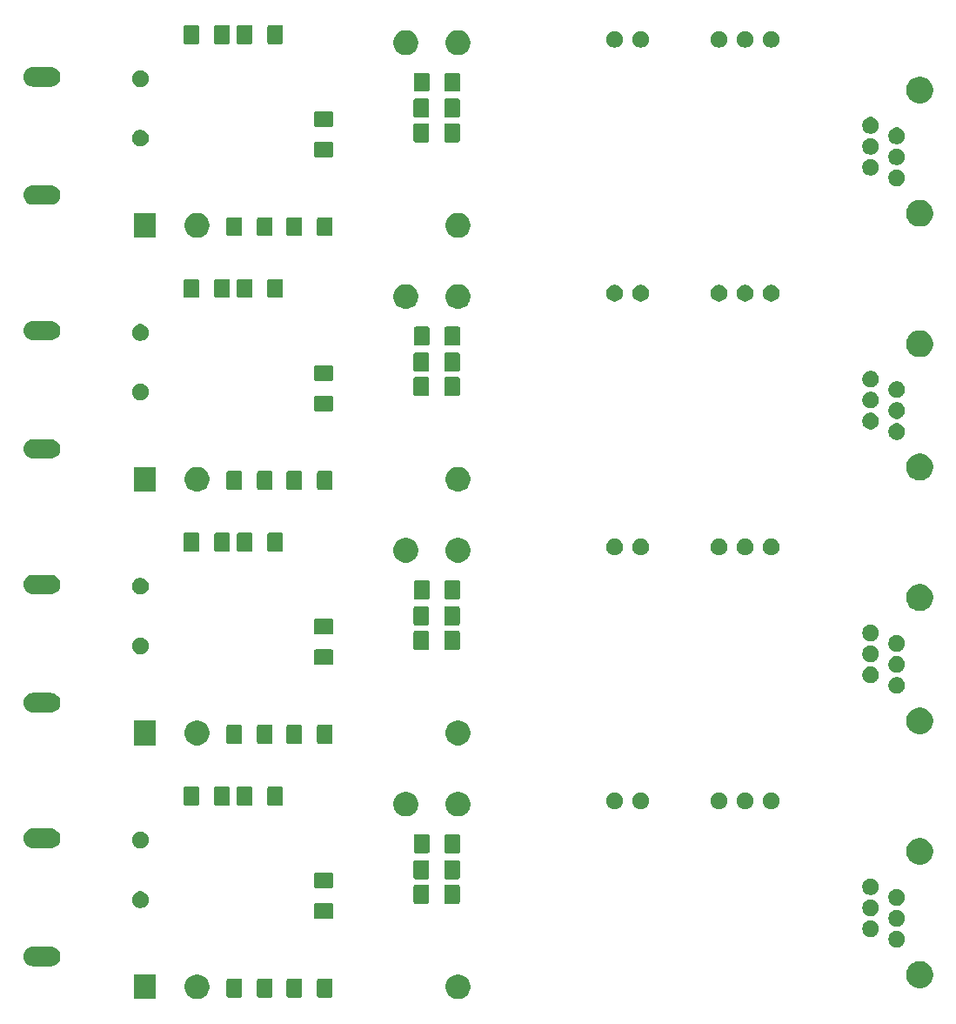
<source format=gbr>
G04 #@! TF.GenerationSoftware,KiCad,Pcbnew,(5.1.5)-3*
G04 #@! TF.CreationDate,2020-11-20T20:52:34+01:00*
G04 #@! TF.ProjectId,IsolationBarrier,49736f6c-6174-4696-9f6e-426172726965,rev?*
G04 #@! TF.SameCoordinates,Original*
G04 #@! TF.FileFunction,Soldermask,Bot*
G04 #@! TF.FilePolarity,Negative*
%FSLAX46Y46*%
G04 Gerber Fmt 4.6, Leading zero omitted, Abs format (unit mm)*
G04 Created by KiCad (PCBNEW (5.1.5)-3) date 2020-11-20 20:52:34*
%MOMM*%
%LPD*%
G04 APERTURE LIST*
%ADD10C,0.100000*%
G04 APERTURE END LIST*
D10*
G36*
X77361318Y-180486453D02*
G01*
X77579885Y-180576987D01*
X77579887Y-180576988D01*
X77776593Y-180708422D01*
X77943878Y-180875707D01*
X78065635Y-181057931D01*
X78075313Y-181072415D01*
X78165847Y-181290982D01*
X78212000Y-181523010D01*
X78212000Y-181759590D01*
X78165847Y-181991618D01*
X78075313Y-182210185D01*
X78075312Y-182210187D01*
X77943878Y-182406893D01*
X77776593Y-182574178D01*
X77579887Y-182705612D01*
X77579886Y-182705613D01*
X77579885Y-182705613D01*
X77361318Y-182796147D01*
X77129290Y-182842300D01*
X76892710Y-182842300D01*
X76660682Y-182796147D01*
X76442115Y-182705613D01*
X76442114Y-182705613D01*
X76442113Y-182705612D01*
X76245407Y-182574178D01*
X76078122Y-182406893D01*
X75946688Y-182210187D01*
X75946687Y-182210185D01*
X75856153Y-181991618D01*
X75810000Y-181759590D01*
X75810000Y-181523010D01*
X75856153Y-181290982D01*
X75946687Y-181072415D01*
X75956365Y-181057931D01*
X76078122Y-180875707D01*
X76245407Y-180708422D01*
X76442113Y-180576988D01*
X76442115Y-180576987D01*
X76660682Y-180486453D01*
X76892710Y-180440300D01*
X77129290Y-180440300D01*
X77361318Y-180486453D01*
G37*
G36*
X51961318Y-180486453D02*
G01*
X52179885Y-180576987D01*
X52179887Y-180576988D01*
X52376593Y-180708422D01*
X52543878Y-180875707D01*
X52665635Y-181057931D01*
X52675313Y-181072415D01*
X52765847Y-181290982D01*
X52812000Y-181523010D01*
X52812000Y-181759590D01*
X52765847Y-181991618D01*
X52675313Y-182210185D01*
X52675312Y-182210187D01*
X52543878Y-182406893D01*
X52376593Y-182574178D01*
X52179887Y-182705612D01*
X52179886Y-182705613D01*
X52179885Y-182705613D01*
X51961318Y-182796147D01*
X51729290Y-182842300D01*
X51492710Y-182842300D01*
X51260682Y-182796147D01*
X51042115Y-182705613D01*
X51042114Y-182705613D01*
X51042113Y-182705612D01*
X50845407Y-182574178D01*
X50678122Y-182406893D01*
X50546688Y-182210187D01*
X50546687Y-182210185D01*
X50456153Y-181991618D01*
X50410000Y-181759590D01*
X50410000Y-181523010D01*
X50456153Y-181290982D01*
X50546687Y-181072415D01*
X50556365Y-181057931D01*
X50678122Y-180875707D01*
X50845407Y-180708422D01*
X51042113Y-180576988D01*
X51042115Y-180576987D01*
X51260682Y-180486453D01*
X51492710Y-180440300D01*
X51729290Y-180440300D01*
X51961318Y-180486453D01*
G37*
G36*
X47582000Y-182842300D02*
G01*
X45480000Y-182842300D01*
X45480000Y-180440300D01*
X47582000Y-180440300D01*
X47582000Y-182842300D01*
G37*
G36*
X64670062Y-180846481D02*
G01*
X64704981Y-180857074D01*
X64737163Y-180874276D01*
X64765373Y-180897427D01*
X64788524Y-180925637D01*
X64805726Y-180957819D01*
X64816319Y-180992738D01*
X64820500Y-181035195D01*
X64820500Y-182501405D01*
X64816319Y-182543862D01*
X64805726Y-182578781D01*
X64788524Y-182610963D01*
X64765373Y-182639173D01*
X64737163Y-182662324D01*
X64704981Y-182679526D01*
X64670062Y-182690119D01*
X64627605Y-182694300D01*
X63486395Y-182694300D01*
X63443938Y-182690119D01*
X63409019Y-182679526D01*
X63376837Y-182662324D01*
X63348627Y-182639173D01*
X63325476Y-182610963D01*
X63308274Y-182578781D01*
X63297681Y-182543862D01*
X63293500Y-182501405D01*
X63293500Y-181035195D01*
X63297681Y-180992738D01*
X63308274Y-180957819D01*
X63325476Y-180925637D01*
X63348627Y-180897427D01*
X63376837Y-180874276D01*
X63409019Y-180857074D01*
X63443938Y-180846481D01*
X63486395Y-180842300D01*
X64627605Y-180842300D01*
X64670062Y-180846481D01*
G37*
G36*
X58828062Y-180846481D02*
G01*
X58862981Y-180857074D01*
X58895163Y-180874276D01*
X58923373Y-180897427D01*
X58946524Y-180925637D01*
X58963726Y-180957819D01*
X58974319Y-180992738D01*
X58978500Y-181035195D01*
X58978500Y-182501405D01*
X58974319Y-182543862D01*
X58963726Y-182578781D01*
X58946524Y-182610963D01*
X58923373Y-182639173D01*
X58895163Y-182662324D01*
X58862981Y-182679526D01*
X58828062Y-182690119D01*
X58785605Y-182694300D01*
X57644395Y-182694300D01*
X57601938Y-182690119D01*
X57567019Y-182679526D01*
X57534837Y-182662324D01*
X57506627Y-182639173D01*
X57483476Y-182610963D01*
X57466274Y-182578781D01*
X57455681Y-182543862D01*
X57451500Y-182501405D01*
X57451500Y-181035195D01*
X57455681Y-180992738D01*
X57466274Y-180957819D01*
X57483476Y-180925637D01*
X57506627Y-180897427D01*
X57534837Y-180874276D01*
X57567019Y-180857074D01*
X57601938Y-180846481D01*
X57644395Y-180842300D01*
X58785605Y-180842300D01*
X58828062Y-180846481D01*
G37*
G36*
X55853062Y-180846481D02*
G01*
X55887981Y-180857074D01*
X55920163Y-180874276D01*
X55948373Y-180897427D01*
X55971524Y-180925637D01*
X55988726Y-180957819D01*
X55999319Y-180992738D01*
X56003500Y-181035195D01*
X56003500Y-182501405D01*
X55999319Y-182543862D01*
X55988726Y-182578781D01*
X55971524Y-182610963D01*
X55948373Y-182639173D01*
X55920163Y-182662324D01*
X55887981Y-182679526D01*
X55853062Y-182690119D01*
X55810605Y-182694300D01*
X54669395Y-182694300D01*
X54626938Y-182690119D01*
X54592019Y-182679526D01*
X54559837Y-182662324D01*
X54531627Y-182639173D01*
X54508476Y-182610963D01*
X54491274Y-182578781D01*
X54480681Y-182543862D01*
X54476500Y-182501405D01*
X54476500Y-181035195D01*
X54480681Y-180992738D01*
X54491274Y-180957819D01*
X54508476Y-180925637D01*
X54531627Y-180897427D01*
X54559837Y-180874276D01*
X54592019Y-180857074D01*
X54626938Y-180846481D01*
X54669395Y-180842300D01*
X55810605Y-180842300D01*
X55853062Y-180846481D01*
G37*
G36*
X61695062Y-180846481D02*
G01*
X61729981Y-180857074D01*
X61762163Y-180874276D01*
X61790373Y-180897427D01*
X61813524Y-180925637D01*
X61830726Y-180957819D01*
X61841319Y-180992738D01*
X61845500Y-181035195D01*
X61845500Y-182501405D01*
X61841319Y-182543862D01*
X61830726Y-182578781D01*
X61813524Y-182610963D01*
X61790373Y-182639173D01*
X61762163Y-182662324D01*
X61729981Y-182679526D01*
X61695062Y-182690119D01*
X61652605Y-182694300D01*
X60511395Y-182694300D01*
X60468938Y-182690119D01*
X60434019Y-182679526D01*
X60401837Y-182662324D01*
X60373627Y-182639173D01*
X60350476Y-182610963D01*
X60333274Y-182578781D01*
X60322681Y-182543862D01*
X60318500Y-182501405D01*
X60318500Y-181035195D01*
X60322681Y-180992738D01*
X60333274Y-180957819D01*
X60350476Y-180925637D01*
X60373627Y-180897427D01*
X60401837Y-180874276D01*
X60434019Y-180857074D01*
X60468938Y-180846481D01*
X60511395Y-180842300D01*
X61652605Y-180842300D01*
X61695062Y-180846481D01*
G37*
G36*
X122330587Y-179207696D02*
G01*
X122567353Y-179305768D01*
X122567355Y-179305769D01*
X122659760Y-179367512D01*
X122780439Y-179448147D01*
X122961653Y-179629361D01*
X123104032Y-179842447D01*
X123202104Y-180079213D01*
X123252100Y-180330561D01*
X123252100Y-180586839D01*
X123202104Y-180838187D01*
X123131899Y-181007676D01*
X123104031Y-181074955D01*
X122961653Y-181288039D01*
X122780439Y-181469253D01*
X122567355Y-181611631D01*
X122567354Y-181611632D01*
X122567353Y-181611632D01*
X122330587Y-181709704D01*
X122079239Y-181759700D01*
X121822961Y-181759700D01*
X121571613Y-181709704D01*
X121334847Y-181611632D01*
X121334846Y-181611632D01*
X121334845Y-181611631D01*
X121121761Y-181469253D01*
X120940547Y-181288039D01*
X120798169Y-181074955D01*
X120770301Y-181007676D01*
X120700096Y-180838187D01*
X120650100Y-180586839D01*
X120650100Y-180330561D01*
X120700096Y-180079213D01*
X120798168Y-179842447D01*
X120940547Y-179629361D01*
X121121761Y-179448147D01*
X121242440Y-179367512D01*
X121334845Y-179305769D01*
X121334847Y-179305768D01*
X121571613Y-179207696D01*
X121822961Y-179157700D01*
X122079239Y-179157700D01*
X122330587Y-179207696D01*
G37*
G36*
X37544425Y-177754560D02*
G01*
X37544428Y-177754561D01*
X37544429Y-177754561D01*
X37723693Y-177808940D01*
X37723696Y-177808942D01*
X37723697Y-177808942D01*
X37888903Y-177897246D01*
X38033712Y-178016088D01*
X38152554Y-178160897D01*
X38240858Y-178326103D01*
X38240860Y-178326107D01*
X38295239Y-178505371D01*
X38295240Y-178505375D01*
X38313601Y-178691800D01*
X38295240Y-178878225D01*
X38295239Y-178878228D01*
X38295239Y-178878229D01*
X38240860Y-179057493D01*
X38240858Y-179057496D01*
X38240858Y-179057497D01*
X38152554Y-179222703D01*
X38033712Y-179367512D01*
X37888903Y-179486354D01*
X37723697Y-179574658D01*
X37723693Y-179574660D01*
X37544429Y-179629039D01*
X37544428Y-179629039D01*
X37544425Y-179629040D01*
X37404718Y-179642800D01*
X35611282Y-179642800D01*
X35471575Y-179629040D01*
X35471572Y-179629039D01*
X35471571Y-179629039D01*
X35292307Y-179574660D01*
X35292303Y-179574658D01*
X35127097Y-179486354D01*
X34982288Y-179367512D01*
X34863446Y-179222703D01*
X34775142Y-179057497D01*
X34775142Y-179057496D01*
X34775140Y-179057493D01*
X34720761Y-178878229D01*
X34720761Y-178878228D01*
X34720760Y-178878225D01*
X34702399Y-178691800D01*
X34720760Y-178505375D01*
X34720761Y-178505371D01*
X34775140Y-178326107D01*
X34775142Y-178326103D01*
X34863446Y-178160897D01*
X34982288Y-178016088D01*
X35127097Y-177897246D01*
X35292303Y-177808942D01*
X35292304Y-177808942D01*
X35292307Y-177808940D01*
X35471571Y-177754561D01*
X35471572Y-177754561D01*
X35471575Y-177754560D01*
X35611282Y-177740800D01*
X37404718Y-177740800D01*
X37544425Y-177754560D01*
G37*
G36*
X119953242Y-176226942D02*
G01*
X120101201Y-176288229D01*
X120234355Y-176377199D01*
X120347601Y-176490445D01*
X120436571Y-176623599D01*
X120497858Y-176771558D01*
X120529100Y-176928625D01*
X120529100Y-177088775D01*
X120497858Y-177245842D01*
X120436571Y-177393801D01*
X120347601Y-177526955D01*
X120234355Y-177640201D01*
X120101201Y-177729171D01*
X119953242Y-177790458D01*
X119796175Y-177821700D01*
X119636025Y-177821700D01*
X119478958Y-177790458D01*
X119330999Y-177729171D01*
X119197845Y-177640201D01*
X119084599Y-177526955D01*
X118995629Y-177393801D01*
X118934342Y-177245842D01*
X118903100Y-177088775D01*
X118903100Y-176928625D01*
X118934342Y-176771558D01*
X118995629Y-176623599D01*
X119084599Y-176490445D01*
X119197845Y-176377199D01*
X119330999Y-176288229D01*
X119478958Y-176226942D01*
X119636025Y-176195700D01*
X119796175Y-176195700D01*
X119953242Y-176226942D01*
G37*
G36*
X117413242Y-175206942D02*
G01*
X117561201Y-175268229D01*
X117694355Y-175357199D01*
X117807601Y-175470445D01*
X117896571Y-175603599D01*
X117957858Y-175751558D01*
X117989100Y-175908625D01*
X117989100Y-176068775D01*
X117957858Y-176225842D01*
X117896571Y-176373801D01*
X117807601Y-176506955D01*
X117694355Y-176620201D01*
X117561201Y-176709171D01*
X117413242Y-176770458D01*
X117256175Y-176801700D01*
X117096025Y-176801700D01*
X116938958Y-176770458D01*
X116790999Y-176709171D01*
X116657845Y-176620201D01*
X116544599Y-176506955D01*
X116455629Y-176373801D01*
X116394342Y-176225842D01*
X116363100Y-176068775D01*
X116363100Y-175908625D01*
X116394342Y-175751558D01*
X116455629Y-175603599D01*
X116544599Y-175470445D01*
X116657845Y-175357199D01*
X116790999Y-175268229D01*
X116938958Y-175206942D01*
X117096025Y-175175700D01*
X117256175Y-175175700D01*
X117413242Y-175206942D01*
G37*
G36*
X119953242Y-174186942D02*
G01*
X120101201Y-174248229D01*
X120234355Y-174337199D01*
X120347601Y-174450445D01*
X120436571Y-174583599D01*
X120497858Y-174731558D01*
X120529100Y-174888625D01*
X120529100Y-175048775D01*
X120497858Y-175205842D01*
X120436571Y-175353801D01*
X120347601Y-175486955D01*
X120234355Y-175600201D01*
X120101201Y-175689171D01*
X119953242Y-175750458D01*
X119796175Y-175781700D01*
X119636025Y-175781700D01*
X119478958Y-175750458D01*
X119330999Y-175689171D01*
X119197845Y-175600201D01*
X119084599Y-175486955D01*
X118995629Y-175353801D01*
X118934342Y-175205842D01*
X118903100Y-175048775D01*
X118903100Y-174888625D01*
X118934342Y-174731558D01*
X118995629Y-174583599D01*
X119084599Y-174450445D01*
X119197845Y-174337199D01*
X119330999Y-174248229D01*
X119478958Y-174186942D01*
X119636025Y-174155700D01*
X119796175Y-174155700D01*
X119953242Y-174186942D01*
G37*
G36*
X64705562Y-173515981D02*
G01*
X64740481Y-173526574D01*
X64772663Y-173543776D01*
X64800873Y-173566927D01*
X64824024Y-173595137D01*
X64841226Y-173627319D01*
X64851819Y-173662238D01*
X64856000Y-173704695D01*
X64856000Y-174845905D01*
X64851819Y-174888362D01*
X64841226Y-174923281D01*
X64824024Y-174955463D01*
X64800873Y-174983673D01*
X64772663Y-175006824D01*
X64740481Y-175024026D01*
X64705562Y-175034619D01*
X64663105Y-175038800D01*
X63196895Y-175038800D01*
X63154438Y-175034619D01*
X63119519Y-175024026D01*
X63087337Y-175006824D01*
X63059127Y-174983673D01*
X63035976Y-174955463D01*
X63018774Y-174923281D01*
X63008181Y-174888362D01*
X63004000Y-174845905D01*
X63004000Y-173704695D01*
X63008181Y-173662238D01*
X63018774Y-173627319D01*
X63035976Y-173595137D01*
X63059127Y-173566927D01*
X63087337Y-173543776D01*
X63119519Y-173526574D01*
X63154438Y-173515981D01*
X63196895Y-173511800D01*
X64663105Y-173511800D01*
X64705562Y-173515981D01*
G37*
G36*
X117413242Y-173166942D02*
G01*
X117561201Y-173228229D01*
X117694355Y-173317199D01*
X117807601Y-173430445D01*
X117896571Y-173563599D01*
X117957858Y-173711558D01*
X117989100Y-173868625D01*
X117989100Y-174028775D01*
X117957858Y-174185842D01*
X117896571Y-174333801D01*
X117807601Y-174466955D01*
X117694355Y-174580201D01*
X117561201Y-174669171D01*
X117413242Y-174730458D01*
X117256175Y-174761700D01*
X117096025Y-174761700D01*
X116938958Y-174730458D01*
X116790999Y-174669171D01*
X116657845Y-174580201D01*
X116544599Y-174466955D01*
X116455629Y-174333801D01*
X116394342Y-174185842D01*
X116363100Y-174028775D01*
X116363100Y-173868625D01*
X116394342Y-173711558D01*
X116455629Y-173563599D01*
X116544599Y-173430445D01*
X116657845Y-173317199D01*
X116790999Y-173228229D01*
X116938958Y-173166942D01*
X117096025Y-173135700D01*
X117256175Y-173135700D01*
X117413242Y-173166942D01*
G37*
G36*
X46328942Y-172381742D02*
G01*
X46476901Y-172443029D01*
X46610055Y-172531999D01*
X46723301Y-172645245D01*
X46812271Y-172778399D01*
X46873558Y-172926358D01*
X46904800Y-173083425D01*
X46904800Y-173243575D01*
X46873558Y-173400642D01*
X46812271Y-173548601D01*
X46723301Y-173681755D01*
X46610055Y-173795001D01*
X46476901Y-173883971D01*
X46328942Y-173945258D01*
X46171875Y-173976500D01*
X46011725Y-173976500D01*
X45854658Y-173945258D01*
X45706699Y-173883971D01*
X45573545Y-173795001D01*
X45460299Y-173681755D01*
X45371329Y-173548601D01*
X45310042Y-173400642D01*
X45278800Y-173243575D01*
X45278800Y-173083425D01*
X45310042Y-172926358D01*
X45371329Y-172778399D01*
X45460299Y-172645245D01*
X45573545Y-172531999D01*
X45706699Y-172443029D01*
X45854658Y-172381742D01*
X46011725Y-172350500D01*
X46171875Y-172350500D01*
X46328942Y-172381742D01*
G37*
G36*
X119953242Y-172146942D02*
G01*
X120101201Y-172208229D01*
X120234355Y-172297199D01*
X120347601Y-172410445D01*
X120436571Y-172543599D01*
X120497858Y-172691558D01*
X120529100Y-172848625D01*
X120529100Y-173008775D01*
X120497858Y-173165842D01*
X120436571Y-173313801D01*
X120347601Y-173446955D01*
X120234355Y-173560201D01*
X120101201Y-173649171D01*
X119953242Y-173710458D01*
X119796175Y-173741700D01*
X119636025Y-173741700D01*
X119478958Y-173710458D01*
X119330999Y-173649171D01*
X119197845Y-173560201D01*
X119084599Y-173446955D01*
X118995629Y-173313801D01*
X118934342Y-173165842D01*
X118903100Y-173008775D01*
X118903100Y-172848625D01*
X118934342Y-172691558D01*
X118995629Y-172543599D01*
X119084599Y-172410445D01*
X119197845Y-172297199D01*
X119330999Y-172208229D01*
X119478958Y-172146942D01*
X119636025Y-172115700D01*
X119796175Y-172115700D01*
X119953242Y-172146942D01*
G37*
G36*
X77035662Y-171708281D02*
G01*
X77070581Y-171718874D01*
X77102763Y-171736076D01*
X77130973Y-171759227D01*
X77154124Y-171787437D01*
X77171326Y-171819619D01*
X77181919Y-171854538D01*
X77186100Y-171896995D01*
X77186100Y-173363205D01*
X77181919Y-173405662D01*
X77171326Y-173440581D01*
X77154124Y-173472763D01*
X77130973Y-173500973D01*
X77102763Y-173524124D01*
X77070581Y-173541326D01*
X77035662Y-173551919D01*
X76993205Y-173556100D01*
X75851995Y-173556100D01*
X75809538Y-173551919D01*
X75774619Y-173541326D01*
X75742437Y-173524124D01*
X75714227Y-173500973D01*
X75691076Y-173472763D01*
X75673874Y-173440581D01*
X75663281Y-173405662D01*
X75659100Y-173363205D01*
X75659100Y-171896995D01*
X75663281Y-171854538D01*
X75673874Y-171819619D01*
X75691076Y-171787437D01*
X75714227Y-171759227D01*
X75742437Y-171736076D01*
X75774619Y-171718874D01*
X75809538Y-171708281D01*
X75851995Y-171704100D01*
X76993205Y-171704100D01*
X77035662Y-171708281D01*
G37*
G36*
X74060662Y-171708281D02*
G01*
X74095581Y-171718874D01*
X74127763Y-171736076D01*
X74155973Y-171759227D01*
X74179124Y-171787437D01*
X74196326Y-171819619D01*
X74206919Y-171854538D01*
X74211100Y-171896995D01*
X74211100Y-173363205D01*
X74206919Y-173405662D01*
X74196326Y-173440581D01*
X74179124Y-173472763D01*
X74155973Y-173500973D01*
X74127763Y-173524124D01*
X74095581Y-173541326D01*
X74060662Y-173551919D01*
X74018205Y-173556100D01*
X72876995Y-173556100D01*
X72834538Y-173551919D01*
X72799619Y-173541326D01*
X72767437Y-173524124D01*
X72739227Y-173500973D01*
X72716076Y-173472763D01*
X72698874Y-173440581D01*
X72688281Y-173405662D01*
X72684100Y-173363205D01*
X72684100Y-171896995D01*
X72688281Y-171854538D01*
X72698874Y-171819619D01*
X72716076Y-171787437D01*
X72739227Y-171759227D01*
X72767437Y-171736076D01*
X72799619Y-171718874D01*
X72834538Y-171708281D01*
X72876995Y-171704100D01*
X74018205Y-171704100D01*
X74060662Y-171708281D01*
G37*
G36*
X117413242Y-171126942D02*
G01*
X117561201Y-171188229D01*
X117694355Y-171277199D01*
X117807601Y-171390445D01*
X117896571Y-171523599D01*
X117957858Y-171671558D01*
X117989100Y-171828625D01*
X117989100Y-171988775D01*
X117957858Y-172145842D01*
X117896571Y-172293801D01*
X117807601Y-172426955D01*
X117694355Y-172540201D01*
X117561201Y-172629171D01*
X117413242Y-172690458D01*
X117256175Y-172721700D01*
X117096025Y-172721700D01*
X116938958Y-172690458D01*
X116790999Y-172629171D01*
X116657845Y-172540201D01*
X116544599Y-172426955D01*
X116455629Y-172293801D01*
X116394342Y-172145842D01*
X116363100Y-171988775D01*
X116363100Y-171828625D01*
X116394342Y-171671558D01*
X116455629Y-171523599D01*
X116544599Y-171390445D01*
X116657845Y-171277199D01*
X116790999Y-171188229D01*
X116938958Y-171126942D01*
X117096025Y-171095700D01*
X117256175Y-171095700D01*
X117413242Y-171126942D01*
G37*
G36*
X64705562Y-170540981D02*
G01*
X64740481Y-170551574D01*
X64772663Y-170568776D01*
X64800873Y-170591927D01*
X64824024Y-170620137D01*
X64841226Y-170652319D01*
X64851819Y-170687238D01*
X64856000Y-170729695D01*
X64856000Y-171870905D01*
X64851819Y-171913362D01*
X64841226Y-171948281D01*
X64824024Y-171980463D01*
X64800873Y-172008673D01*
X64772663Y-172031824D01*
X64740481Y-172049026D01*
X64705562Y-172059619D01*
X64663105Y-172063800D01*
X63196895Y-172063800D01*
X63154438Y-172059619D01*
X63119519Y-172049026D01*
X63087337Y-172031824D01*
X63059127Y-172008673D01*
X63035976Y-171980463D01*
X63018774Y-171948281D01*
X63008181Y-171913362D01*
X63004000Y-171870905D01*
X63004000Y-170729695D01*
X63008181Y-170687238D01*
X63018774Y-170652319D01*
X63035976Y-170620137D01*
X63059127Y-170591927D01*
X63087337Y-170568776D01*
X63119519Y-170551574D01*
X63154438Y-170540981D01*
X63196895Y-170536800D01*
X64663105Y-170536800D01*
X64705562Y-170540981D01*
G37*
G36*
X77035662Y-169320681D02*
G01*
X77070581Y-169331274D01*
X77102763Y-169348476D01*
X77130973Y-169371627D01*
X77154124Y-169399837D01*
X77171326Y-169432019D01*
X77181919Y-169466938D01*
X77186100Y-169509395D01*
X77186100Y-170975605D01*
X77181919Y-171018062D01*
X77171326Y-171052981D01*
X77154124Y-171085163D01*
X77130973Y-171113373D01*
X77102763Y-171136524D01*
X77070581Y-171153726D01*
X77035662Y-171164319D01*
X76993205Y-171168500D01*
X75851995Y-171168500D01*
X75809538Y-171164319D01*
X75774619Y-171153726D01*
X75742437Y-171136524D01*
X75714227Y-171113373D01*
X75691076Y-171085163D01*
X75673874Y-171052981D01*
X75663281Y-171018062D01*
X75659100Y-170975605D01*
X75659100Y-169509395D01*
X75663281Y-169466938D01*
X75673874Y-169432019D01*
X75691076Y-169399837D01*
X75714227Y-169371627D01*
X75742437Y-169348476D01*
X75774619Y-169331274D01*
X75809538Y-169320681D01*
X75851995Y-169316500D01*
X76993205Y-169316500D01*
X77035662Y-169320681D01*
G37*
G36*
X74060662Y-169320681D02*
G01*
X74095581Y-169331274D01*
X74127763Y-169348476D01*
X74155973Y-169371627D01*
X74179124Y-169399837D01*
X74196326Y-169432019D01*
X74206919Y-169466938D01*
X74211100Y-169509395D01*
X74211100Y-170975605D01*
X74206919Y-171018062D01*
X74196326Y-171052981D01*
X74179124Y-171085163D01*
X74155973Y-171113373D01*
X74127763Y-171136524D01*
X74095581Y-171153726D01*
X74060662Y-171164319D01*
X74018205Y-171168500D01*
X72876995Y-171168500D01*
X72834538Y-171164319D01*
X72799619Y-171153726D01*
X72767437Y-171136524D01*
X72739227Y-171113373D01*
X72716076Y-171085163D01*
X72698874Y-171052981D01*
X72688281Y-171018062D01*
X72684100Y-170975605D01*
X72684100Y-169509395D01*
X72688281Y-169466938D01*
X72698874Y-169432019D01*
X72716076Y-169399837D01*
X72739227Y-169371627D01*
X72767437Y-169348476D01*
X72799619Y-169331274D01*
X72834538Y-169320681D01*
X72876995Y-169316500D01*
X74018205Y-169316500D01*
X74060662Y-169320681D01*
G37*
G36*
X122330587Y-167207696D02*
G01*
X122567353Y-167305768D01*
X122567355Y-167305769D01*
X122780439Y-167448147D01*
X122961653Y-167629361D01*
X123041327Y-167748601D01*
X123104032Y-167842447D01*
X123202104Y-168079213D01*
X123252100Y-168330561D01*
X123252100Y-168586839D01*
X123202104Y-168838187D01*
X123104032Y-169074953D01*
X123104031Y-169074955D01*
X122961653Y-169288039D01*
X122780439Y-169469253D01*
X122567355Y-169611631D01*
X122567354Y-169611632D01*
X122567353Y-169611632D01*
X122330587Y-169709704D01*
X122079239Y-169759700D01*
X121822961Y-169759700D01*
X121571613Y-169709704D01*
X121334847Y-169611632D01*
X121334846Y-169611632D01*
X121334845Y-169611631D01*
X121121761Y-169469253D01*
X120940547Y-169288039D01*
X120798169Y-169074955D01*
X120798168Y-169074953D01*
X120700096Y-168838187D01*
X120650100Y-168586839D01*
X120650100Y-168330561D01*
X120700096Y-168079213D01*
X120798168Y-167842447D01*
X120860874Y-167748601D01*
X120940547Y-167629361D01*
X121121761Y-167448147D01*
X121334845Y-167305769D01*
X121334847Y-167305768D01*
X121571613Y-167207696D01*
X121822961Y-167157700D01*
X122079239Y-167157700D01*
X122330587Y-167207696D01*
G37*
G36*
X74094762Y-166794281D02*
G01*
X74129681Y-166804874D01*
X74161863Y-166822076D01*
X74190073Y-166845227D01*
X74213224Y-166873437D01*
X74230426Y-166905619D01*
X74241019Y-166940538D01*
X74245200Y-166982995D01*
X74245200Y-168449205D01*
X74241019Y-168491662D01*
X74230426Y-168526581D01*
X74213224Y-168558763D01*
X74190073Y-168586973D01*
X74161863Y-168610124D01*
X74129681Y-168627326D01*
X74094762Y-168637919D01*
X74052305Y-168642100D01*
X72911095Y-168642100D01*
X72868638Y-168637919D01*
X72833719Y-168627326D01*
X72801537Y-168610124D01*
X72773327Y-168586973D01*
X72750176Y-168558763D01*
X72732974Y-168526581D01*
X72722381Y-168491662D01*
X72718200Y-168449205D01*
X72718200Y-166982995D01*
X72722381Y-166940538D01*
X72732974Y-166905619D01*
X72750176Y-166873437D01*
X72773327Y-166845227D01*
X72801537Y-166822076D01*
X72833719Y-166804874D01*
X72868638Y-166794281D01*
X72911095Y-166790100D01*
X74052305Y-166790100D01*
X74094762Y-166794281D01*
G37*
G36*
X77069762Y-166794281D02*
G01*
X77104681Y-166804874D01*
X77136863Y-166822076D01*
X77165073Y-166845227D01*
X77188224Y-166873437D01*
X77205426Y-166905619D01*
X77216019Y-166940538D01*
X77220200Y-166982995D01*
X77220200Y-168449205D01*
X77216019Y-168491662D01*
X77205426Y-168526581D01*
X77188224Y-168558763D01*
X77165073Y-168586973D01*
X77136863Y-168610124D01*
X77104681Y-168627326D01*
X77069762Y-168637919D01*
X77027305Y-168642100D01*
X75886095Y-168642100D01*
X75843638Y-168637919D01*
X75808719Y-168627326D01*
X75776537Y-168610124D01*
X75748327Y-168586973D01*
X75725176Y-168558763D01*
X75707974Y-168526581D01*
X75697381Y-168491662D01*
X75693200Y-168449205D01*
X75693200Y-166982995D01*
X75697381Y-166940538D01*
X75707974Y-166905619D01*
X75725176Y-166873437D01*
X75748327Y-166845227D01*
X75776537Y-166822076D01*
X75808719Y-166804874D01*
X75843638Y-166794281D01*
X75886095Y-166790100D01*
X77027305Y-166790100D01*
X77069762Y-166794281D01*
G37*
G36*
X46328942Y-166581742D02*
G01*
X46476901Y-166643029D01*
X46610055Y-166731999D01*
X46723301Y-166845245D01*
X46812271Y-166978399D01*
X46873558Y-167126358D01*
X46904800Y-167283425D01*
X46904800Y-167443575D01*
X46873558Y-167600642D01*
X46812271Y-167748601D01*
X46723301Y-167881755D01*
X46610055Y-167995001D01*
X46476901Y-168083971D01*
X46328942Y-168145258D01*
X46171875Y-168176500D01*
X46011725Y-168176500D01*
X45854658Y-168145258D01*
X45706699Y-168083971D01*
X45573545Y-167995001D01*
X45460299Y-167881755D01*
X45371329Y-167748601D01*
X45310042Y-167600642D01*
X45278800Y-167443575D01*
X45278800Y-167283425D01*
X45310042Y-167126358D01*
X45371329Y-166978399D01*
X45460299Y-166845245D01*
X45573545Y-166731999D01*
X45706699Y-166643029D01*
X45854658Y-166581742D01*
X46011725Y-166550500D01*
X46171875Y-166550500D01*
X46328942Y-166581742D01*
G37*
G36*
X37544425Y-166254560D02*
G01*
X37544428Y-166254561D01*
X37544429Y-166254561D01*
X37723693Y-166308940D01*
X37723696Y-166308942D01*
X37723697Y-166308942D01*
X37888903Y-166397246D01*
X38033712Y-166516088D01*
X38152554Y-166660897D01*
X38240858Y-166826103D01*
X38240860Y-166826107D01*
X38287057Y-166978399D01*
X38295240Y-167005375D01*
X38313601Y-167191800D01*
X38295240Y-167378225D01*
X38295239Y-167378228D01*
X38295239Y-167378229D01*
X38240860Y-167557493D01*
X38240858Y-167557496D01*
X38240858Y-167557497D01*
X38152554Y-167722703D01*
X38033712Y-167867512D01*
X37888903Y-167986354D01*
X37723697Y-168074658D01*
X37723693Y-168074660D01*
X37544429Y-168129039D01*
X37544428Y-168129039D01*
X37544425Y-168129040D01*
X37404718Y-168142800D01*
X35611282Y-168142800D01*
X35471575Y-168129040D01*
X35471572Y-168129039D01*
X35471571Y-168129039D01*
X35292307Y-168074660D01*
X35292303Y-168074658D01*
X35127097Y-167986354D01*
X34982288Y-167867512D01*
X34863446Y-167722703D01*
X34775142Y-167557497D01*
X34775142Y-167557496D01*
X34775140Y-167557493D01*
X34720761Y-167378229D01*
X34720761Y-167378228D01*
X34720760Y-167378225D01*
X34702399Y-167191800D01*
X34720760Y-167005375D01*
X34728943Y-166978399D01*
X34775140Y-166826107D01*
X34775142Y-166826103D01*
X34863446Y-166660897D01*
X34982288Y-166516088D01*
X35127097Y-166397246D01*
X35292303Y-166308942D01*
X35292304Y-166308942D01*
X35292307Y-166308940D01*
X35471571Y-166254561D01*
X35471572Y-166254561D01*
X35471575Y-166254560D01*
X35611282Y-166240800D01*
X37404718Y-166240800D01*
X37544425Y-166254560D01*
G37*
G36*
X72281318Y-162706453D02*
G01*
X72499885Y-162796987D01*
X72499887Y-162796988D01*
X72696593Y-162928422D01*
X72863878Y-163095707D01*
X72905968Y-163158700D01*
X72995313Y-163292415D01*
X73085847Y-163510982D01*
X73132000Y-163743010D01*
X73132000Y-163979590D01*
X73085847Y-164211618D01*
X73038651Y-164325558D01*
X72995312Y-164430187D01*
X72863878Y-164626893D01*
X72696593Y-164794178D01*
X72499887Y-164925612D01*
X72499886Y-164925613D01*
X72499885Y-164925613D01*
X72281318Y-165016147D01*
X72049290Y-165062300D01*
X71812710Y-165062300D01*
X71580682Y-165016147D01*
X71362115Y-164925613D01*
X71362114Y-164925613D01*
X71362113Y-164925612D01*
X71165407Y-164794178D01*
X70998122Y-164626893D01*
X70866688Y-164430187D01*
X70823349Y-164325558D01*
X70776153Y-164211618D01*
X70730000Y-163979590D01*
X70730000Y-163743010D01*
X70776153Y-163510982D01*
X70866687Y-163292415D01*
X70956032Y-163158700D01*
X70998122Y-163095707D01*
X71165407Y-162928422D01*
X71362113Y-162796988D01*
X71362115Y-162796987D01*
X71580682Y-162706453D01*
X71812710Y-162660300D01*
X72049290Y-162660300D01*
X72281318Y-162706453D01*
G37*
G36*
X77361318Y-162706453D02*
G01*
X77579885Y-162796987D01*
X77579887Y-162796988D01*
X77776593Y-162928422D01*
X77943878Y-163095707D01*
X77985968Y-163158700D01*
X78075313Y-163292415D01*
X78165847Y-163510982D01*
X78212000Y-163743010D01*
X78212000Y-163979590D01*
X78165847Y-164211618D01*
X78118651Y-164325558D01*
X78075312Y-164430187D01*
X77943878Y-164626893D01*
X77776593Y-164794178D01*
X77579887Y-164925612D01*
X77579886Y-164925613D01*
X77579885Y-164925613D01*
X77361318Y-165016147D01*
X77129290Y-165062300D01*
X76892710Y-165062300D01*
X76660682Y-165016147D01*
X76442115Y-164925613D01*
X76442114Y-164925613D01*
X76442113Y-164925612D01*
X76245407Y-164794178D01*
X76078122Y-164626893D01*
X75946688Y-164430187D01*
X75903349Y-164325558D01*
X75856153Y-164211618D01*
X75810000Y-163979590D01*
X75810000Y-163743010D01*
X75856153Y-163510982D01*
X75946687Y-163292415D01*
X76036032Y-163158700D01*
X76078122Y-163095707D01*
X76245407Y-162928422D01*
X76442113Y-162796988D01*
X76442115Y-162796987D01*
X76660682Y-162706453D01*
X76892710Y-162660300D01*
X77129290Y-162660300D01*
X77361318Y-162706453D01*
G37*
G36*
X107728142Y-162762042D02*
G01*
X107876101Y-162823329D01*
X108009255Y-162912299D01*
X108122501Y-163025545D01*
X108211471Y-163158699D01*
X108272758Y-163306658D01*
X108304000Y-163463725D01*
X108304000Y-163623875D01*
X108272758Y-163780942D01*
X108211471Y-163928901D01*
X108122501Y-164062055D01*
X108009255Y-164175301D01*
X107876101Y-164264271D01*
X107728142Y-164325558D01*
X107571075Y-164356800D01*
X107410925Y-164356800D01*
X107253858Y-164325558D01*
X107105899Y-164264271D01*
X106972745Y-164175301D01*
X106859499Y-164062055D01*
X106770529Y-163928901D01*
X106709242Y-163780942D01*
X106678000Y-163623875D01*
X106678000Y-163463725D01*
X106709242Y-163306658D01*
X106770529Y-163158699D01*
X106859499Y-163025545D01*
X106972745Y-162912299D01*
X107105899Y-162823329D01*
X107253858Y-162762042D01*
X107410925Y-162730800D01*
X107571075Y-162730800D01*
X107728142Y-162762042D01*
G37*
G36*
X95028142Y-162762042D02*
G01*
X95176101Y-162823329D01*
X95309255Y-162912299D01*
X95422501Y-163025545D01*
X95511471Y-163158699D01*
X95572758Y-163306658D01*
X95604000Y-163463725D01*
X95604000Y-163623875D01*
X95572758Y-163780942D01*
X95511471Y-163928901D01*
X95422501Y-164062055D01*
X95309255Y-164175301D01*
X95176101Y-164264271D01*
X95028142Y-164325558D01*
X94871075Y-164356800D01*
X94710925Y-164356800D01*
X94553858Y-164325558D01*
X94405899Y-164264271D01*
X94272745Y-164175301D01*
X94159499Y-164062055D01*
X94070529Y-163928901D01*
X94009242Y-163780942D01*
X93978000Y-163623875D01*
X93978000Y-163463725D01*
X94009242Y-163306658D01*
X94070529Y-163158699D01*
X94159499Y-163025545D01*
X94272745Y-162912299D01*
X94405899Y-162823329D01*
X94553858Y-162762042D01*
X94710925Y-162730800D01*
X94871075Y-162730800D01*
X95028142Y-162762042D01*
G37*
G36*
X102648142Y-162762042D02*
G01*
X102796101Y-162823329D01*
X102929255Y-162912299D01*
X103042501Y-163025545D01*
X103131471Y-163158699D01*
X103192758Y-163306658D01*
X103224000Y-163463725D01*
X103224000Y-163623875D01*
X103192758Y-163780942D01*
X103131471Y-163928901D01*
X103042501Y-164062055D01*
X102929255Y-164175301D01*
X102796101Y-164264271D01*
X102648142Y-164325558D01*
X102491075Y-164356800D01*
X102330925Y-164356800D01*
X102173858Y-164325558D01*
X102025899Y-164264271D01*
X101892745Y-164175301D01*
X101779499Y-164062055D01*
X101690529Y-163928901D01*
X101629242Y-163780942D01*
X101598000Y-163623875D01*
X101598000Y-163463725D01*
X101629242Y-163306658D01*
X101690529Y-163158699D01*
X101779499Y-163025545D01*
X101892745Y-162912299D01*
X102025899Y-162823329D01*
X102173858Y-162762042D01*
X102330925Y-162730800D01*
X102491075Y-162730800D01*
X102648142Y-162762042D01*
G37*
G36*
X105188142Y-162762042D02*
G01*
X105336101Y-162823329D01*
X105469255Y-162912299D01*
X105582501Y-163025545D01*
X105671471Y-163158699D01*
X105732758Y-163306658D01*
X105764000Y-163463725D01*
X105764000Y-163623875D01*
X105732758Y-163780942D01*
X105671471Y-163928901D01*
X105582501Y-164062055D01*
X105469255Y-164175301D01*
X105336101Y-164264271D01*
X105188142Y-164325558D01*
X105031075Y-164356800D01*
X104870925Y-164356800D01*
X104713858Y-164325558D01*
X104565899Y-164264271D01*
X104432745Y-164175301D01*
X104319499Y-164062055D01*
X104230529Y-163928901D01*
X104169242Y-163780942D01*
X104138000Y-163623875D01*
X104138000Y-163463725D01*
X104169242Y-163306658D01*
X104230529Y-163158699D01*
X104319499Y-163025545D01*
X104432745Y-162912299D01*
X104565899Y-162823329D01*
X104713858Y-162762042D01*
X104870925Y-162730800D01*
X105031075Y-162730800D01*
X105188142Y-162762042D01*
G37*
G36*
X92488142Y-162762042D02*
G01*
X92636101Y-162823329D01*
X92769255Y-162912299D01*
X92882501Y-163025545D01*
X92971471Y-163158699D01*
X93032758Y-163306658D01*
X93064000Y-163463725D01*
X93064000Y-163623875D01*
X93032758Y-163780942D01*
X92971471Y-163928901D01*
X92882501Y-164062055D01*
X92769255Y-164175301D01*
X92636101Y-164264271D01*
X92488142Y-164325558D01*
X92331075Y-164356800D01*
X92170925Y-164356800D01*
X92013858Y-164325558D01*
X91865899Y-164264271D01*
X91732745Y-164175301D01*
X91619499Y-164062055D01*
X91530529Y-163928901D01*
X91469242Y-163780942D01*
X91438000Y-163623875D01*
X91438000Y-163463725D01*
X91469242Y-163306658D01*
X91530529Y-163158699D01*
X91619499Y-163025545D01*
X91732745Y-162912299D01*
X91865899Y-162823329D01*
X92013858Y-162762042D01*
X92170925Y-162730800D01*
X92331075Y-162730800D01*
X92488142Y-162762042D01*
G37*
G36*
X56864862Y-162157881D02*
G01*
X56899781Y-162168474D01*
X56931963Y-162185676D01*
X56960173Y-162208827D01*
X56983324Y-162237037D01*
X57000526Y-162269219D01*
X57011119Y-162304138D01*
X57015300Y-162346595D01*
X57015300Y-163812805D01*
X57011119Y-163855262D01*
X57000526Y-163890181D01*
X56983324Y-163922363D01*
X56960173Y-163950573D01*
X56931963Y-163973724D01*
X56899781Y-163990926D01*
X56864862Y-164001519D01*
X56822405Y-164005700D01*
X55681195Y-164005700D01*
X55638738Y-164001519D01*
X55603819Y-163990926D01*
X55571637Y-163973724D01*
X55543427Y-163950573D01*
X55520276Y-163922363D01*
X55503074Y-163890181D01*
X55492481Y-163855262D01*
X55488300Y-163812805D01*
X55488300Y-162346595D01*
X55492481Y-162304138D01*
X55503074Y-162269219D01*
X55520276Y-162237037D01*
X55543427Y-162208827D01*
X55571637Y-162185676D01*
X55603819Y-162168474D01*
X55638738Y-162157881D01*
X55681195Y-162153700D01*
X56822405Y-162153700D01*
X56864862Y-162157881D01*
G37*
G36*
X59839862Y-162157881D02*
G01*
X59874781Y-162168474D01*
X59906963Y-162185676D01*
X59935173Y-162208827D01*
X59958324Y-162237037D01*
X59975526Y-162269219D01*
X59986119Y-162304138D01*
X59990300Y-162346595D01*
X59990300Y-163812805D01*
X59986119Y-163855262D01*
X59975526Y-163890181D01*
X59958324Y-163922363D01*
X59935173Y-163950573D01*
X59906963Y-163973724D01*
X59874781Y-163990926D01*
X59839862Y-164001519D01*
X59797405Y-164005700D01*
X58656195Y-164005700D01*
X58613738Y-164001519D01*
X58578819Y-163990926D01*
X58546637Y-163973724D01*
X58518427Y-163950573D01*
X58495276Y-163922363D01*
X58478074Y-163890181D01*
X58467481Y-163855262D01*
X58463300Y-163812805D01*
X58463300Y-162346595D01*
X58467481Y-162304138D01*
X58478074Y-162269219D01*
X58495276Y-162237037D01*
X58518427Y-162208827D01*
X58546637Y-162185676D01*
X58578819Y-162168474D01*
X58613738Y-162157881D01*
X58656195Y-162153700D01*
X59797405Y-162153700D01*
X59839862Y-162157881D01*
G37*
G36*
X51683262Y-162157881D02*
G01*
X51718181Y-162168474D01*
X51750363Y-162185676D01*
X51778573Y-162208827D01*
X51801724Y-162237037D01*
X51818926Y-162269219D01*
X51829519Y-162304138D01*
X51833700Y-162346595D01*
X51833700Y-163812805D01*
X51829519Y-163855262D01*
X51818926Y-163890181D01*
X51801724Y-163922363D01*
X51778573Y-163950573D01*
X51750363Y-163973724D01*
X51718181Y-163990926D01*
X51683262Y-164001519D01*
X51640805Y-164005700D01*
X50499595Y-164005700D01*
X50457138Y-164001519D01*
X50422219Y-163990926D01*
X50390037Y-163973724D01*
X50361827Y-163950573D01*
X50338676Y-163922363D01*
X50321474Y-163890181D01*
X50310881Y-163855262D01*
X50306700Y-163812805D01*
X50306700Y-162346595D01*
X50310881Y-162304138D01*
X50321474Y-162269219D01*
X50338676Y-162237037D01*
X50361827Y-162208827D01*
X50390037Y-162185676D01*
X50422219Y-162168474D01*
X50457138Y-162157881D01*
X50499595Y-162153700D01*
X51640805Y-162153700D01*
X51683262Y-162157881D01*
G37*
G36*
X54658262Y-162157881D02*
G01*
X54693181Y-162168474D01*
X54725363Y-162185676D01*
X54753573Y-162208827D01*
X54776724Y-162237037D01*
X54793926Y-162269219D01*
X54804519Y-162304138D01*
X54808700Y-162346595D01*
X54808700Y-163812805D01*
X54804519Y-163855262D01*
X54793926Y-163890181D01*
X54776724Y-163922363D01*
X54753573Y-163950573D01*
X54725363Y-163973724D01*
X54693181Y-163990926D01*
X54658262Y-164001519D01*
X54615805Y-164005700D01*
X53474595Y-164005700D01*
X53432138Y-164001519D01*
X53397219Y-163990926D01*
X53365037Y-163973724D01*
X53336827Y-163950573D01*
X53313676Y-163922363D01*
X53296474Y-163890181D01*
X53285881Y-163855262D01*
X53281700Y-163812805D01*
X53281700Y-162346595D01*
X53285881Y-162304138D01*
X53296474Y-162269219D01*
X53313676Y-162237037D01*
X53336827Y-162208827D01*
X53365037Y-162185676D01*
X53397219Y-162168474D01*
X53432138Y-162157881D01*
X53474595Y-162153700D01*
X54615805Y-162153700D01*
X54658262Y-162157881D01*
G37*
G36*
X51961318Y-155786453D02*
G01*
X52179885Y-155876987D01*
X52179887Y-155876988D01*
X52376593Y-156008422D01*
X52543878Y-156175707D01*
X52665635Y-156357931D01*
X52675313Y-156372415D01*
X52765847Y-156590982D01*
X52812000Y-156823010D01*
X52812000Y-157059590D01*
X52765847Y-157291618D01*
X52675313Y-157510185D01*
X52675312Y-157510187D01*
X52543878Y-157706893D01*
X52376593Y-157874178D01*
X52179887Y-158005612D01*
X52179886Y-158005613D01*
X52179885Y-158005613D01*
X51961318Y-158096147D01*
X51729290Y-158142300D01*
X51492710Y-158142300D01*
X51260682Y-158096147D01*
X51042115Y-158005613D01*
X51042114Y-158005613D01*
X51042113Y-158005612D01*
X50845407Y-157874178D01*
X50678122Y-157706893D01*
X50546688Y-157510187D01*
X50546687Y-157510185D01*
X50456153Y-157291618D01*
X50410000Y-157059590D01*
X50410000Y-156823010D01*
X50456153Y-156590982D01*
X50546687Y-156372415D01*
X50556365Y-156357931D01*
X50678122Y-156175707D01*
X50845407Y-156008422D01*
X51042113Y-155876988D01*
X51042115Y-155876987D01*
X51260682Y-155786453D01*
X51492710Y-155740300D01*
X51729290Y-155740300D01*
X51961318Y-155786453D01*
G37*
G36*
X77361318Y-155786453D02*
G01*
X77579885Y-155876987D01*
X77579887Y-155876988D01*
X77776593Y-156008422D01*
X77943878Y-156175707D01*
X78065635Y-156357931D01*
X78075313Y-156372415D01*
X78165847Y-156590982D01*
X78212000Y-156823010D01*
X78212000Y-157059590D01*
X78165847Y-157291618D01*
X78075313Y-157510185D01*
X78075312Y-157510187D01*
X77943878Y-157706893D01*
X77776593Y-157874178D01*
X77579887Y-158005612D01*
X77579886Y-158005613D01*
X77579885Y-158005613D01*
X77361318Y-158096147D01*
X77129290Y-158142300D01*
X76892710Y-158142300D01*
X76660682Y-158096147D01*
X76442115Y-158005613D01*
X76442114Y-158005613D01*
X76442113Y-158005612D01*
X76245407Y-157874178D01*
X76078122Y-157706893D01*
X75946688Y-157510187D01*
X75946687Y-157510185D01*
X75856153Y-157291618D01*
X75810000Y-157059590D01*
X75810000Y-156823010D01*
X75856153Y-156590982D01*
X75946687Y-156372415D01*
X75956365Y-156357931D01*
X76078122Y-156175707D01*
X76245407Y-156008422D01*
X76442113Y-155876988D01*
X76442115Y-155876987D01*
X76660682Y-155786453D01*
X76892710Y-155740300D01*
X77129290Y-155740300D01*
X77361318Y-155786453D01*
G37*
G36*
X47582000Y-158142300D02*
G01*
X45480000Y-158142300D01*
X45480000Y-155740300D01*
X47582000Y-155740300D01*
X47582000Y-158142300D01*
G37*
G36*
X61695062Y-156146481D02*
G01*
X61729981Y-156157074D01*
X61762163Y-156174276D01*
X61790373Y-156197427D01*
X61813524Y-156225637D01*
X61830726Y-156257819D01*
X61841319Y-156292738D01*
X61845500Y-156335195D01*
X61845500Y-157801405D01*
X61841319Y-157843862D01*
X61830726Y-157878781D01*
X61813524Y-157910963D01*
X61790373Y-157939173D01*
X61762163Y-157962324D01*
X61729981Y-157979526D01*
X61695062Y-157990119D01*
X61652605Y-157994300D01*
X60511395Y-157994300D01*
X60468938Y-157990119D01*
X60434019Y-157979526D01*
X60401837Y-157962324D01*
X60373627Y-157939173D01*
X60350476Y-157910963D01*
X60333274Y-157878781D01*
X60322681Y-157843862D01*
X60318500Y-157801405D01*
X60318500Y-156335195D01*
X60322681Y-156292738D01*
X60333274Y-156257819D01*
X60350476Y-156225637D01*
X60373627Y-156197427D01*
X60401837Y-156174276D01*
X60434019Y-156157074D01*
X60468938Y-156146481D01*
X60511395Y-156142300D01*
X61652605Y-156142300D01*
X61695062Y-156146481D01*
G37*
G36*
X55853062Y-156146481D02*
G01*
X55887981Y-156157074D01*
X55920163Y-156174276D01*
X55948373Y-156197427D01*
X55971524Y-156225637D01*
X55988726Y-156257819D01*
X55999319Y-156292738D01*
X56003500Y-156335195D01*
X56003500Y-157801405D01*
X55999319Y-157843862D01*
X55988726Y-157878781D01*
X55971524Y-157910963D01*
X55948373Y-157939173D01*
X55920163Y-157962324D01*
X55887981Y-157979526D01*
X55853062Y-157990119D01*
X55810605Y-157994300D01*
X54669395Y-157994300D01*
X54626938Y-157990119D01*
X54592019Y-157979526D01*
X54559837Y-157962324D01*
X54531627Y-157939173D01*
X54508476Y-157910963D01*
X54491274Y-157878781D01*
X54480681Y-157843862D01*
X54476500Y-157801405D01*
X54476500Y-156335195D01*
X54480681Y-156292738D01*
X54491274Y-156257819D01*
X54508476Y-156225637D01*
X54531627Y-156197427D01*
X54559837Y-156174276D01*
X54592019Y-156157074D01*
X54626938Y-156146481D01*
X54669395Y-156142300D01*
X55810605Y-156142300D01*
X55853062Y-156146481D01*
G37*
G36*
X58828062Y-156146481D02*
G01*
X58862981Y-156157074D01*
X58895163Y-156174276D01*
X58923373Y-156197427D01*
X58946524Y-156225637D01*
X58963726Y-156257819D01*
X58974319Y-156292738D01*
X58978500Y-156335195D01*
X58978500Y-157801405D01*
X58974319Y-157843862D01*
X58963726Y-157878781D01*
X58946524Y-157910963D01*
X58923373Y-157939173D01*
X58895163Y-157962324D01*
X58862981Y-157979526D01*
X58828062Y-157990119D01*
X58785605Y-157994300D01*
X57644395Y-157994300D01*
X57601938Y-157990119D01*
X57567019Y-157979526D01*
X57534837Y-157962324D01*
X57506627Y-157939173D01*
X57483476Y-157910963D01*
X57466274Y-157878781D01*
X57455681Y-157843862D01*
X57451500Y-157801405D01*
X57451500Y-156335195D01*
X57455681Y-156292738D01*
X57466274Y-156257819D01*
X57483476Y-156225637D01*
X57506627Y-156197427D01*
X57534837Y-156174276D01*
X57567019Y-156157074D01*
X57601938Y-156146481D01*
X57644395Y-156142300D01*
X58785605Y-156142300D01*
X58828062Y-156146481D01*
G37*
G36*
X64670062Y-156146481D02*
G01*
X64704981Y-156157074D01*
X64737163Y-156174276D01*
X64765373Y-156197427D01*
X64788524Y-156225637D01*
X64805726Y-156257819D01*
X64816319Y-156292738D01*
X64820500Y-156335195D01*
X64820500Y-157801405D01*
X64816319Y-157843862D01*
X64805726Y-157878781D01*
X64788524Y-157910963D01*
X64765373Y-157939173D01*
X64737163Y-157962324D01*
X64704981Y-157979526D01*
X64670062Y-157990119D01*
X64627605Y-157994300D01*
X63486395Y-157994300D01*
X63443938Y-157990119D01*
X63409019Y-157979526D01*
X63376837Y-157962324D01*
X63348627Y-157939173D01*
X63325476Y-157910963D01*
X63308274Y-157878781D01*
X63297681Y-157843862D01*
X63293500Y-157801405D01*
X63293500Y-156335195D01*
X63297681Y-156292738D01*
X63308274Y-156257819D01*
X63325476Y-156225637D01*
X63348627Y-156197427D01*
X63376837Y-156174276D01*
X63409019Y-156157074D01*
X63443938Y-156146481D01*
X63486395Y-156142300D01*
X64627605Y-156142300D01*
X64670062Y-156146481D01*
G37*
G36*
X122330587Y-154507696D02*
G01*
X122567353Y-154605768D01*
X122567355Y-154605769D01*
X122659760Y-154667512D01*
X122780439Y-154748147D01*
X122961653Y-154929361D01*
X123104032Y-155142447D01*
X123202104Y-155379213D01*
X123252100Y-155630561D01*
X123252100Y-155886839D01*
X123202104Y-156138187D01*
X123131899Y-156307676D01*
X123104031Y-156374955D01*
X122961653Y-156588039D01*
X122780439Y-156769253D01*
X122567355Y-156911631D01*
X122567354Y-156911632D01*
X122567353Y-156911632D01*
X122330587Y-157009704D01*
X122079239Y-157059700D01*
X121822961Y-157059700D01*
X121571613Y-157009704D01*
X121334847Y-156911632D01*
X121334846Y-156911632D01*
X121334845Y-156911631D01*
X121121761Y-156769253D01*
X120940547Y-156588039D01*
X120798169Y-156374955D01*
X120770301Y-156307676D01*
X120700096Y-156138187D01*
X120650100Y-155886839D01*
X120650100Y-155630561D01*
X120700096Y-155379213D01*
X120798168Y-155142447D01*
X120940547Y-154929361D01*
X121121761Y-154748147D01*
X121242440Y-154667512D01*
X121334845Y-154605769D01*
X121334847Y-154605768D01*
X121571613Y-154507696D01*
X121822961Y-154457700D01*
X122079239Y-154457700D01*
X122330587Y-154507696D01*
G37*
G36*
X37544425Y-153054560D02*
G01*
X37544428Y-153054561D01*
X37544429Y-153054561D01*
X37723693Y-153108940D01*
X37723696Y-153108942D01*
X37723697Y-153108942D01*
X37888903Y-153197246D01*
X38033712Y-153316088D01*
X38152554Y-153460897D01*
X38240858Y-153626103D01*
X38240860Y-153626107D01*
X38295239Y-153805371D01*
X38295240Y-153805375D01*
X38313601Y-153991800D01*
X38295240Y-154178225D01*
X38295239Y-154178228D01*
X38295239Y-154178229D01*
X38240860Y-154357493D01*
X38240858Y-154357496D01*
X38240858Y-154357497D01*
X38152554Y-154522703D01*
X38033712Y-154667512D01*
X37888903Y-154786354D01*
X37723697Y-154874658D01*
X37723693Y-154874660D01*
X37544429Y-154929039D01*
X37544428Y-154929039D01*
X37544425Y-154929040D01*
X37404718Y-154942800D01*
X35611282Y-154942800D01*
X35471575Y-154929040D01*
X35471572Y-154929039D01*
X35471571Y-154929039D01*
X35292307Y-154874660D01*
X35292303Y-154874658D01*
X35127097Y-154786354D01*
X34982288Y-154667512D01*
X34863446Y-154522703D01*
X34775142Y-154357497D01*
X34775142Y-154357496D01*
X34775140Y-154357493D01*
X34720761Y-154178229D01*
X34720761Y-154178228D01*
X34720760Y-154178225D01*
X34702399Y-153991800D01*
X34720760Y-153805375D01*
X34720761Y-153805371D01*
X34775140Y-153626107D01*
X34775142Y-153626103D01*
X34863446Y-153460897D01*
X34982288Y-153316088D01*
X35127097Y-153197246D01*
X35292303Y-153108942D01*
X35292304Y-153108942D01*
X35292307Y-153108940D01*
X35471571Y-153054561D01*
X35471572Y-153054561D01*
X35471575Y-153054560D01*
X35611282Y-153040800D01*
X37404718Y-153040800D01*
X37544425Y-153054560D01*
G37*
G36*
X119953242Y-151526942D02*
G01*
X120101201Y-151588229D01*
X120234355Y-151677199D01*
X120347601Y-151790445D01*
X120436571Y-151923599D01*
X120497858Y-152071558D01*
X120529100Y-152228625D01*
X120529100Y-152388775D01*
X120497858Y-152545842D01*
X120436571Y-152693801D01*
X120347601Y-152826955D01*
X120234355Y-152940201D01*
X120101201Y-153029171D01*
X119953242Y-153090458D01*
X119796175Y-153121700D01*
X119636025Y-153121700D01*
X119478958Y-153090458D01*
X119330999Y-153029171D01*
X119197845Y-152940201D01*
X119084599Y-152826955D01*
X118995629Y-152693801D01*
X118934342Y-152545842D01*
X118903100Y-152388775D01*
X118903100Y-152228625D01*
X118934342Y-152071558D01*
X118995629Y-151923599D01*
X119084599Y-151790445D01*
X119197845Y-151677199D01*
X119330999Y-151588229D01*
X119478958Y-151526942D01*
X119636025Y-151495700D01*
X119796175Y-151495700D01*
X119953242Y-151526942D01*
G37*
G36*
X117413242Y-150506942D02*
G01*
X117561201Y-150568229D01*
X117694355Y-150657199D01*
X117807601Y-150770445D01*
X117896571Y-150903599D01*
X117957858Y-151051558D01*
X117989100Y-151208625D01*
X117989100Y-151368775D01*
X117957858Y-151525842D01*
X117896571Y-151673801D01*
X117807601Y-151806955D01*
X117694355Y-151920201D01*
X117561201Y-152009171D01*
X117413242Y-152070458D01*
X117256175Y-152101700D01*
X117096025Y-152101700D01*
X116938958Y-152070458D01*
X116790999Y-152009171D01*
X116657845Y-151920201D01*
X116544599Y-151806955D01*
X116455629Y-151673801D01*
X116394342Y-151525842D01*
X116363100Y-151368775D01*
X116363100Y-151208625D01*
X116394342Y-151051558D01*
X116455629Y-150903599D01*
X116544599Y-150770445D01*
X116657845Y-150657199D01*
X116790999Y-150568229D01*
X116938958Y-150506942D01*
X117096025Y-150475700D01*
X117256175Y-150475700D01*
X117413242Y-150506942D01*
G37*
G36*
X119953242Y-149486942D02*
G01*
X120101201Y-149548229D01*
X120234355Y-149637199D01*
X120347601Y-149750445D01*
X120436571Y-149883599D01*
X120497858Y-150031558D01*
X120529100Y-150188625D01*
X120529100Y-150348775D01*
X120497858Y-150505842D01*
X120436571Y-150653801D01*
X120347601Y-150786955D01*
X120234355Y-150900201D01*
X120101201Y-150989171D01*
X119953242Y-151050458D01*
X119796175Y-151081700D01*
X119636025Y-151081700D01*
X119478958Y-151050458D01*
X119330999Y-150989171D01*
X119197845Y-150900201D01*
X119084599Y-150786955D01*
X118995629Y-150653801D01*
X118934342Y-150505842D01*
X118903100Y-150348775D01*
X118903100Y-150188625D01*
X118934342Y-150031558D01*
X118995629Y-149883599D01*
X119084599Y-149750445D01*
X119197845Y-149637199D01*
X119330999Y-149548229D01*
X119478958Y-149486942D01*
X119636025Y-149455700D01*
X119796175Y-149455700D01*
X119953242Y-149486942D01*
G37*
G36*
X64705562Y-148815981D02*
G01*
X64740481Y-148826574D01*
X64772663Y-148843776D01*
X64800873Y-148866927D01*
X64824024Y-148895137D01*
X64841226Y-148927319D01*
X64851819Y-148962238D01*
X64856000Y-149004695D01*
X64856000Y-150145905D01*
X64851819Y-150188362D01*
X64841226Y-150223281D01*
X64824024Y-150255463D01*
X64800873Y-150283673D01*
X64772663Y-150306824D01*
X64740481Y-150324026D01*
X64705562Y-150334619D01*
X64663105Y-150338800D01*
X63196895Y-150338800D01*
X63154438Y-150334619D01*
X63119519Y-150324026D01*
X63087337Y-150306824D01*
X63059127Y-150283673D01*
X63035976Y-150255463D01*
X63018774Y-150223281D01*
X63008181Y-150188362D01*
X63004000Y-150145905D01*
X63004000Y-149004695D01*
X63008181Y-148962238D01*
X63018774Y-148927319D01*
X63035976Y-148895137D01*
X63059127Y-148866927D01*
X63087337Y-148843776D01*
X63119519Y-148826574D01*
X63154438Y-148815981D01*
X63196895Y-148811800D01*
X64663105Y-148811800D01*
X64705562Y-148815981D01*
G37*
G36*
X117413242Y-148466942D02*
G01*
X117561201Y-148528229D01*
X117694355Y-148617199D01*
X117807601Y-148730445D01*
X117896571Y-148863599D01*
X117957858Y-149011558D01*
X117989100Y-149168625D01*
X117989100Y-149328775D01*
X117957858Y-149485842D01*
X117896571Y-149633801D01*
X117807601Y-149766955D01*
X117694355Y-149880201D01*
X117561201Y-149969171D01*
X117413242Y-150030458D01*
X117256175Y-150061700D01*
X117096025Y-150061700D01*
X116938958Y-150030458D01*
X116790999Y-149969171D01*
X116657845Y-149880201D01*
X116544599Y-149766955D01*
X116455629Y-149633801D01*
X116394342Y-149485842D01*
X116363100Y-149328775D01*
X116363100Y-149168625D01*
X116394342Y-149011558D01*
X116455629Y-148863599D01*
X116544599Y-148730445D01*
X116657845Y-148617199D01*
X116790999Y-148528229D01*
X116938958Y-148466942D01*
X117096025Y-148435700D01*
X117256175Y-148435700D01*
X117413242Y-148466942D01*
G37*
G36*
X46328942Y-147681742D02*
G01*
X46476901Y-147743029D01*
X46610055Y-147831999D01*
X46723301Y-147945245D01*
X46812271Y-148078399D01*
X46873558Y-148226358D01*
X46904800Y-148383425D01*
X46904800Y-148543575D01*
X46873558Y-148700642D01*
X46812271Y-148848601D01*
X46723301Y-148981755D01*
X46610055Y-149095001D01*
X46476901Y-149183971D01*
X46328942Y-149245258D01*
X46171875Y-149276500D01*
X46011725Y-149276500D01*
X45854658Y-149245258D01*
X45706699Y-149183971D01*
X45573545Y-149095001D01*
X45460299Y-148981755D01*
X45371329Y-148848601D01*
X45310042Y-148700642D01*
X45278800Y-148543575D01*
X45278800Y-148383425D01*
X45310042Y-148226358D01*
X45371329Y-148078399D01*
X45460299Y-147945245D01*
X45573545Y-147831999D01*
X45706699Y-147743029D01*
X45854658Y-147681742D01*
X46011725Y-147650500D01*
X46171875Y-147650500D01*
X46328942Y-147681742D01*
G37*
G36*
X119953242Y-147446942D02*
G01*
X120101201Y-147508229D01*
X120234355Y-147597199D01*
X120347601Y-147710445D01*
X120436571Y-147843599D01*
X120497858Y-147991558D01*
X120529100Y-148148625D01*
X120529100Y-148308775D01*
X120497858Y-148465842D01*
X120436571Y-148613801D01*
X120347601Y-148746955D01*
X120234355Y-148860201D01*
X120101201Y-148949171D01*
X119953242Y-149010458D01*
X119796175Y-149041700D01*
X119636025Y-149041700D01*
X119478958Y-149010458D01*
X119330999Y-148949171D01*
X119197845Y-148860201D01*
X119084599Y-148746955D01*
X118995629Y-148613801D01*
X118934342Y-148465842D01*
X118903100Y-148308775D01*
X118903100Y-148148625D01*
X118934342Y-147991558D01*
X118995629Y-147843599D01*
X119084599Y-147710445D01*
X119197845Y-147597199D01*
X119330999Y-147508229D01*
X119478958Y-147446942D01*
X119636025Y-147415700D01*
X119796175Y-147415700D01*
X119953242Y-147446942D01*
G37*
G36*
X74060662Y-147008281D02*
G01*
X74095581Y-147018874D01*
X74127763Y-147036076D01*
X74155973Y-147059227D01*
X74179124Y-147087437D01*
X74196326Y-147119619D01*
X74206919Y-147154538D01*
X74211100Y-147196995D01*
X74211100Y-148663205D01*
X74206919Y-148705662D01*
X74196326Y-148740581D01*
X74179124Y-148772763D01*
X74155973Y-148800973D01*
X74127763Y-148824124D01*
X74095581Y-148841326D01*
X74060662Y-148851919D01*
X74018205Y-148856100D01*
X72876995Y-148856100D01*
X72834538Y-148851919D01*
X72799619Y-148841326D01*
X72767437Y-148824124D01*
X72739227Y-148800973D01*
X72716076Y-148772763D01*
X72698874Y-148740581D01*
X72688281Y-148705662D01*
X72684100Y-148663205D01*
X72684100Y-147196995D01*
X72688281Y-147154538D01*
X72698874Y-147119619D01*
X72716076Y-147087437D01*
X72739227Y-147059227D01*
X72767437Y-147036076D01*
X72799619Y-147018874D01*
X72834538Y-147008281D01*
X72876995Y-147004100D01*
X74018205Y-147004100D01*
X74060662Y-147008281D01*
G37*
G36*
X77035662Y-147008281D02*
G01*
X77070581Y-147018874D01*
X77102763Y-147036076D01*
X77130973Y-147059227D01*
X77154124Y-147087437D01*
X77171326Y-147119619D01*
X77181919Y-147154538D01*
X77186100Y-147196995D01*
X77186100Y-148663205D01*
X77181919Y-148705662D01*
X77171326Y-148740581D01*
X77154124Y-148772763D01*
X77130973Y-148800973D01*
X77102763Y-148824124D01*
X77070581Y-148841326D01*
X77035662Y-148851919D01*
X76993205Y-148856100D01*
X75851995Y-148856100D01*
X75809538Y-148851919D01*
X75774619Y-148841326D01*
X75742437Y-148824124D01*
X75714227Y-148800973D01*
X75691076Y-148772763D01*
X75673874Y-148740581D01*
X75663281Y-148705662D01*
X75659100Y-148663205D01*
X75659100Y-147196995D01*
X75663281Y-147154538D01*
X75673874Y-147119619D01*
X75691076Y-147087437D01*
X75714227Y-147059227D01*
X75742437Y-147036076D01*
X75774619Y-147018874D01*
X75809538Y-147008281D01*
X75851995Y-147004100D01*
X76993205Y-147004100D01*
X77035662Y-147008281D01*
G37*
G36*
X117413242Y-146426942D02*
G01*
X117561201Y-146488229D01*
X117694355Y-146577199D01*
X117807601Y-146690445D01*
X117896571Y-146823599D01*
X117957858Y-146971558D01*
X117989100Y-147128625D01*
X117989100Y-147288775D01*
X117957858Y-147445842D01*
X117896571Y-147593801D01*
X117807601Y-147726955D01*
X117694355Y-147840201D01*
X117561201Y-147929171D01*
X117413242Y-147990458D01*
X117256175Y-148021700D01*
X117096025Y-148021700D01*
X116938958Y-147990458D01*
X116790999Y-147929171D01*
X116657845Y-147840201D01*
X116544599Y-147726955D01*
X116455629Y-147593801D01*
X116394342Y-147445842D01*
X116363100Y-147288775D01*
X116363100Y-147128625D01*
X116394342Y-146971558D01*
X116455629Y-146823599D01*
X116544599Y-146690445D01*
X116657845Y-146577199D01*
X116790999Y-146488229D01*
X116938958Y-146426942D01*
X117096025Y-146395700D01*
X117256175Y-146395700D01*
X117413242Y-146426942D01*
G37*
G36*
X64705562Y-145840981D02*
G01*
X64740481Y-145851574D01*
X64772663Y-145868776D01*
X64800873Y-145891927D01*
X64824024Y-145920137D01*
X64841226Y-145952319D01*
X64851819Y-145987238D01*
X64856000Y-146029695D01*
X64856000Y-147170905D01*
X64851819Y-147213362D01*
X64841226Y-147248281D01*
X64824024Y-147280463D01*
X64800873Y-147308673D01*
X64772663Y-147331824D01*
X64740481Y-147349026D01*
X64705562Y-147359619D01*
X64663105Y-147363800D01*
X63196895Y-147363800D01*
X63154438Y-147359619D01*
X63119519Y-147349026D01*
X63087337Y-147331824D01*
X63059127Y-147308673D01*
X63035976Y-147280463D01*
X63018774Y-147248281D01*
X63008181Y-147213362D01*
X63004000Y-147170905D01*
X63004000Y-146029695D01*
X63008181Y-145987238D01*
X63018774Y-145952319D01*
X63035976Y-145920137D01*
X63059127Y-145891927D01*
X63087337Y-145868776D01*
X63119519Y-145851574D01*
X63154438Y-145840981D01*
X63196895Y-145836800D01*
X64663105Y-145836800D01*
X64705562Y-145840981D01*
G37*
G36*
X74060662Y-144620681D02*
G01*
X74095581Y-144631274D01*
X74127763Y-144648476D01*
X74155973Y-144671627D01*
X74179124Y-144699837D01*
X74196326Y-144732019D01*
X74206919Y-144766938D01*
X74211100Y-144809395D01*
X74211100Y-146275605D01*
X74206919Y-146318062D01*
X74196326Y-146352981D01*
X74179124Y-146385163D01*
X74155973Y-146413373D01*
X74127763Y-146436524D01*
X74095581Y-146453726D01*
X74060662Y-146464319D01*
X74018205Y-146468500D01*
X72876995Y-146468500D01*
X72834538Y-146464319D01*
X72799619Y-146453726D01*
X72767437Y-146436524D01*
X72739227Y-146413373D01*
X72716076Y-146385163D01*
X72698874Y-146352981D01*
X72688281Y-146318062D01*
X72684100Y-146275605D01*
X72684100Y-144809395D01*
X72688281Y-144766938D01*
X72698874Y-144732019D01*
X72716076Y-144699837D01*
X72739227Y-144671627D01*
X72767437Y-144648476D01*
X72799619Y-144631274D01*
X72834538Y-144620681D01*
X72876995Y-144616500D01*
X74018205Y-144616500D01*
X74060662Y-144620681D01*
G37*
G36*
X77035662Y-144620681D02*
G01*
X77070581Y-144631274D01*
X77102763Y-144648476D01*
X77130973Y-144671627D01*
X77154124Y-144699837D01*
X77171326Y-144732019D01*
X77181919Y-144766938D01*
X77186100Y-144809395D01*
X77186100Y-146275605D01*
X77181919Y-146318062D01*
X77171326Y-146352981D01*
X77154124Y-146385163D01*
X77130973Y-146413373D01*
X77102763Y-146436524D01*
X77070581Y-146453726D01*
X77035662Y-146464319D01*
X76993205Y-146468500D01*
X75851995Y-146468500D01*
X75809538Y-146464319D01*
X75774619Y-146453726D01*
X75742437Y-146436524D01*
X75714227Y-146413373D01*
X75691076Y-146385163D01*
X75673874Y-146352981D01*
X75663281Y-146318062D01*
X75659100Y-146275605D01*
X75659100Y-144809395D01*
X75663281Y-144766938D01*
X75673874Y-144732019D01*
X75691076Y-144699837D01*
X75714227Y-144671627D01*
X75742437Y-144648476D01*
X75774619Y-144631274D01*
X75809538Y-144620681D01*
X75851995Y-144616500D01*
X76993205Y-144616500D01*
X77035662Y-144620681D01*
G37*
G36*
X122330587Y-142507696D02*
G01*
X122567353Y-142605768D01*
X122567355Y-142605769D01*
X122780439Y-142748147D01*
X122961653Y-142929361D01*
X123041327Y-143048601D01*
X123104032Y-143142447D01*
X123202104Y-143379213D01*
X123252100Y-143630561D01*
X123252100Y-143886839D01*
X123202104Y-144138187D01*
X123104032Y-144374953D01*
X123104031Y-144374955D01*
X122961653Y-144588039D01*
X122780439Y-144769253D01*
X122567355Y-144911631D01*
X122567354Y-144911632D01*
X122567353Y-144911632D01*
X122330587Y-145009704D01*
X122079239Y-145059700D01*
X121822961Y-145059700D01*
X121571613Y-145009704D01*
X121334847Y-144911632D01*
X121334846Y-144911632D01*
X121334845Y-144911631D01*
X121121761Y-144769253D01*
X120940547Y-144588039D01*
X120798169Y-144374955D01*
X120798168Y-144374953D01*
X120700096Y-144138187D01*
X120650100Y-143886839D01*
X120650100Y-143630561D01*
X120700096Y-143379213D01*
X120798168Y-143142447D01*
X120860874Y-143048601D01*
X120940547Y-142929361D01*
X121121761Y-142748147D01*
X121334845Y-142605769D01*
X121334847Y-142605768D01*
X121571613Y-142507696D01*
X121822961Y-142457700D01*
X122079239Y-142457700D01*
X122330587Y-142507696D01*
G37*
G36*
X74094762Y-142094281D02*
G01*
X74129681Y-142104874D01*
X74161863Y-142122076D01*
X74190073Y-142145227D01*
X74213224Y-142173437D01*
X74230426Y-142205619D01*
X74241019Y-142240538D01*
X74245200Y-142282995D01*
X74245200Y-143749205D01*
X74241019Y-143791662D01*
X74230426Y-143826581D01*
X74213224Y-143858763D01*
X74190073Y-143886973D01*
X74161863Y-143910124D01*
X74129681Y-143927326D01*
X74094762Y-143937919D01*
X74052305Y-143942100D01*
X72911095Y-143942100D01*
X72868638Y-143937919D01*
X72833719Y-143927326D01*
X72801537Y-143910124D01*
X72773327Y-143886973D01*
X72750176Y-143858763D01*
X72732974Y-143826581D01*
X72722381Y-143791662D01*
X72718200Y-143749205D01*
X72718200Y-142282995D01*
X72722381Y-142240538D01*
X72732974Y-142205619D01*
X72750176Y-142173437D01*
X72773327Y-142145227D01*
X72801537Y-142122076D01*
X72833719Y-142104874D01*
X72868638Y-142094281D01*
X72911095Y-142090100D01*
X74052305Y-142090100D01*
X74094762Y-142094281D01*
G37*
G36*
X77069762Y-142094281D02*
G01*
X77104681Y-142104874D01*
X77136863Y-142122076D01*
X77165073Y-142145227D01*
X77188224Y-142173437D01*
X77205426Y-142205619D01*
X77216019Y-142240538D01*
X77220200Y-142282995D01*
X77220200Y-143749205D01*
X77216019Y-143791662D01*
X77205426Y-143826581D01*
X77188224Y-143858763D01*
X77165073Y-143886973D01*
X77136863Y-143910124D01*
X77104681Y-143927326D01*
X77069762Y-143937919D01*
X77027305Y-143942100D01*
X75886095Y-143942100D01*
X75843638Y-143937919D01*
X75808719Y-143927326D01*
X75776537Y-143910124D01*
X75748327Y-143886973D01*
X75725176Y-143858763D01*
X75707974Y-143826581D01*
X75697381Y-143791662D01*
X75693200Y-143749205D01*
X75693200Y-142282995D01*
X75697381Y-142240538D01*
X75707974Y-142205619D01*
X75725176Y-142173437D01*
X75748327Y-142145227D01*
X75776537Y-142122076D01*
X75808719Y-142104874D01*
X75843638Y-142094281D01*
X75886095Y-142090100D01*
X77027305Y-142090100D01*
X77069762Y-142094281D01*
G37*
G36*
X46328942Y-141881742D02*
G01*
X46476901Y-141943029D01*
X46610055Y-142031999D01*
X46723301Y-142145245D01*
X46812271Y-142278399D01*
X46873558Y-142426358D01*
X46904800Y-142583425D01*
X46904800Y-142743575D01*
X46873558Y-142900642D01*
X46812271Y-143048601D01*
X46723301Y-143181755D01*
X46610055Y-143295001D01*
X46476901Y-143383971D01*
X46328942Y-143445258D01*
X46171875Y-143476500D01*
X46011725Y-143476500D01*
X45854658Y-143445258D01*
X45706699Y-143383971D01*
X45573545Y-143295001D01*
X45460299Y-143181755D01*
X45371329Y-143048601D01*
X45310042Y-142900642D01*
X45278800Y-142743575D01*
X45278800Y-142583425D01*
X45310042Y-142426358D01*
X45371329Y-142278399D01*
X45460299Y-142145245D01*
X45573545Y-142031999D01*
X45706699Y-141943029D01*
X45854658Y-141881742D01*
X46011725Y-141850500D01*
X46171875Y-141850500D01*
X46328942Y-141881742D01*
G37*
G36*
X37544425Y-141554560D02*
G01*
X37544428Y-141554561D01*
X37544429Y-141554561D01*
X37723693Y-141608940D01*
X37723696Y-141608942D01*
X37723697Y-141608942D01*
X37888903Y-141697246D01*
X38033712Y-141816088D01*
X38152554Y-141960897D01*
X38240858Y-142126103D01*
X38240860Y-142126107D01*
X38287057Y-142278399D01*
X38295240Y-142305375D01*
X38313601Y-142491800D01*
X38295240Y-142678225D01*
X38295239Y-142678228D01*
X38295239Y-142678229D01*
X38240860Y-142857493D01*
X38240858Y-142857496D01*
X38240858Y-142857497D01*
X38152554Y-143022703D01*
X38033712Y-143167512D01*
X37888903Y-143286354D01*
X37723697Y-143374658D01*
X37723693Y-143374660D01*
X37544429Y-143429039D01*
X37544428Y-143429039D01*
X37544425Y-143429040D01*
X37404718Y-143442800D01*
X35611282Y-143442800D01*
X35471575Y-143429040D01*
X35471572Y-143429039D01*
X35471571Y-143429039D01*
X35292307Y-143374660D01*
X35292303Y-143374658D01*
X35127097Y-143286354D01*
X34982288Y-143167512D01*
X34863446Y-143022703D01*
X34775142Y-142857497D01*
X34775142Y-142857496D01*
X34775140Y-142857493D01*
X34720761Y-142678229D01*
X34720761Y-142678228D01*
X34720760Y-142678225D01*
X34702399Y-142491800D01*
X34720760Y-142305375D01*
X34728943Y-142278399D01*
X34775140Y-142126107D01*
X34775142Y-142126103D01*
X34863446Y-141960897D01*
X34982288Y-141816088D01*
X35127097Y-141697246D01*
X35292303Y-141608942D01*
X35292304Y-141608942D01*
X35292307Y-141608940D01*
X35471571Y-141554561D01*
X35471572Y-141554561D01*
X35471575Y-141554560D01*
X35611282Y-141540800D01*
X37404718Y-141540800D01*
X37544425Y-141554560D01*
G37*
G36*
X77361318Y-138006453D02*
G01*
X77579885Y-138096987D01*
X77579887Y-138096988D01*
X77776593Y-138228422D01*
X77943878Y-138395707D01*
X77985968Y-138458700D01*
X78075313Y-138592415D01*
X78165847Y-138810982D01*
X78212000Y-139043010D01*
X78212000Y-139279590D01*
X78165847Y-139511618D01*
X78118651Y-139625558D01*
X78075312Y-139730187D01*
X77943878Y-139926893D01*
X77776593Y-140094178D01*
X77579887Y-140225612D01*
X77579886Y-140225613D01*
X77579885Y-140225613D01*
X77361318Y-140316147D01*
X77129290Y-140362300D01*
X76892710Y-140362300D01*
X76660682Y-140316147D01*
X76442115Y-140225613D01*
X76442114Y-140225613D01*
X76442113Y-140225612D01*
X76245407Y-140094178D01*
X76078122Y-139926893D01*
X75946688Y-139730187D01*
X75903349Y-139625558D01*
X75856153Y-139511618D01*
X75810000Y-139279590D01*
X75810000Y-139043010D01*
X75856153Y-138810982D01*
X75946687Y-138592415D01*
X76036032Y-138458700D01*
X76078122Y-138395707D01*
X76245407Y-138228422D01*
X76442113Y-138096988D01*
X76442115Y-138096987D01*
X76660682Y-138006453D01*
X76892710Y-137960300D01*
X77129290Y-137960300D01*
X77361318Y-138006453D01*
G37*
G36*
X72281318Y-138006453D02*
G01*
X72499885Y-138096987D01*
X72499887Y-138096988D01*
X72696593Y-138228422D01*
X72863878Y-138395707D01*
X72905968Y-138458700D01*
X72995313Y-138592415D01*
X73085847Y-138810982D01*
X73132000Y-139043010D01*
X73132000Y-139279590D01*
X73085847Y-139511618D01*
X73038651Y-139625558D01*
X72995312Y-139730187D01*
X72863878Y-139926893D01*
X72696593Y-140094178D01*
X72499887Y-140225612D01*
X72499886Y-140225613D01*
X72499885Y-140225613D01*
X72281318Y-140316147D01*
X72049290Y-140362300D01*
X71812710Y-140362300D01*
X71580682Y-140316147D01*
X71362115Y-140225613D01*
X71362114Y-140225613D01*
X71362113Y-140225612D01*
X71165407Y-140094178D01*
X70998122Y-139926893D01*
X70866688Y-139730187D01*
X70823349Y-139625558D01*
X70776153Y-139511618D01*
X70730000Y-139279590D01*
X70730000Y-139043010D01*
X70776153Y-138810982D01*
X70866687Y-138592415D01*
X70956032Y-138458700D01*
X70998122Y-138395707D01*
X71165407Y-138228422D01*
X71362113Y-138096988D01*
X71362115Y-138096987D01*
X71580682Y-138006453D01*
X71812710Y-137960300D01*
X72049290Y-137960300D01*
X72281318Y-138006453D01*
G37*
G36*
X95028142Y-138062042D02*
G01*
X95176101Y-138123329D01*
X95309255Y-138212299D01*
X95422501Y-138325545D01*
X95511471Y-138458699D01*
X95572758Y-138606658D01*
X95604000Y-138763725D01*
X95604000Y-138923875D01*
X95572758Y-139080942D01*
X95511471Y-139228901D01*
X95422501Y-139362055D01*
X95309255Y-139475301D01*
X95176101Y-139564271D01*
X95028142Y-139625558D01*
X94871075Y-139656800D01*
X94710925Y-139656800D01*
X94553858Y-139625558D01*
X94405899Y-139564271D01*
X94272745Y-139475301D01*
X94159499Y-139362055D01*
X94070529Y-139228901D01*
X94009242Y-139080942D01*
X93978000Y-138923875D01*
X93978000Y-138763725D01*
X94009242Y-138606658D01*
X94070529Y-138458699D01*
X94159499Y-138325545D01*
X94272745Y-138212299D01*
X94405899Y-138123329D01*
X94553858Y-138062042D01*
X94710925Y-138030800D01*
X94871075Y-138030800D01*
X95028142Y-138062042D01*
G37*
G36*
X107728142Y-138062042D02*
G01*
X107876101Y-138123329D01*
X108009255Y-138212299D01*
X108122501Y-138325545D01*
X108211471Y-138458699D01*
X108272758Y-138606658D01*
X108304000Y-138763725D01*
X108304000Y-138923875D01*
X108272758Y-139080942D01*
X108211471Y-139228901D01*
X108122501Y-139362055D01*
X108009255Y-139475301D01*
X107876101Y-139564271D01*
X107728142Y-139625558D01*
X107571075Y-139656800D01*
X107410925Y-139656800D01*
X107253858Y-139625558D01*
X107105899Y-139564271D01*
X106972745Y-139475301D01*
X106859499Y-139362055D01*
X106770529Y-139228901D01*
X106709242Y-139080942D01*
X106678000Y-138923875D01*
X106678000Y-138763725D01*
X106709242Y-138606658D01*
X106770529Y-138458699D01*
X106859499Y-138325545D01*
X106972745Y-138212299D01*
X107105899Y-138123329D01*
X107253858Y-138062042D01*
X107410925Y-138030800D01*
X107571075Y-138030800D01*
X107728142Y-138062042D01*
G37*
G36*
X105188142Y-138062042D02*
G01*
X105336101Y-138123329D01*
X105469255Y-138212299D01*
X105582501Y-138325545D01*
X105671471Y-138458699D01*
X105732758Y-138606658D01*
X105764000Y-138763725D01*
X105764000Y-138923875D01*
X105732758Y-139080942D01*
X105671471Y-139228901D01*
X105582501Y-139362055D01*
X105469255Y-139475301D01*
X105336101Y-139564271D01*
X105188142Y-139625558D01*
X105031075Y-139656800D01*
X104870925Y-139656800D01*
X104713858Y-139625558D01*
X104565899Y-139564271D01*
X104432745Y-139475301D01*
X104319499Y-139362055D01*
X104230529Y-139228901D01*
X104169242Y-139080942D01*
X104138000Y-138923875D01*
X104138000Y-138763725D01*
X104169242Y-138606658D01*
X104230529Y-138458699D01*
X104319499Y-138325545D01*
X104432745Y-138212299D01*
X104565899Y-138123329D01*
X104713858Y-138062042D01*
X104870925Y-138030800D01*
X105031075Y-138030800D01*
X105188142Y-138062042D01*
G37*
G36*
X102648142Y-138062042D02*
G01*
X102796101Y-138123329D01*
X102929255Y-138212299D01*
X103042501Y-138325545D01*
X103131471Y-138458699D01*
X103192758Y-138606658D01*
X103224000Y-138763725D01*
X103224000Y-138923875D01*
X103192758Y-139080942D01*
X103131471Y-139228901D01*
X103042501Y-139362055D01*
X102929255Y-139475301D01*
X102796101Y-139564271D01*
X102648142Y-139625558D01*
X102491075Y-139656800D01*
X102330925Y-139656800D01*
X102173858Y-139625558D01*
X102025899Y-139564271D01*
X101892745Y-139475301D01*
X101779499Y-139362055D01*
X101690529Y-139228901D01*
X101629242Y-139080942D01*
X101598000Y-138923875D01*
X101598000Y-138763725D01*
X101629242Y-138606658D01*
X101690529Y-138458699D01*
X101779499Y-138325545D01*
X101892745Y-138212299D01*
X102025899Y-138123329D01*
X102173858Y-138062042D01*
X102330925Y-138030800D01*
X102491075Y-138030800D01*
X102648142Y-138062042D01*
G37*
G36*
X92488142Y-138062042D02*
G01*
X92636101Y-138123329D01*
X92769255Y-138212299D01*
X92882501Y-138325545D01*
X92971471Y-138458699D01*
X93032758Y-138606658D01*
X93064000Y-138763725D01*
X93064000Y-138923875D01*
X93032758Y-139080942D01*
X92971471Y-139228901D01*
X92882501Y-139362055D01*
X92769255Y-139475301D01*
X92636101Y-139564271D01*
X92488142Y-139625558D01*
X92331075Y-139656800D01*
X92170925Y-139656800D01*
X92013858Y-139625558D01*
X91865899Y-139564271D01*
X91732745Y-139475301D01*
X91619499Y-139362055D01*
X91530529Y-139228901D01*
X91469242Y-139080942D01*
X91438000Y-138923875D01*
X91438000Y-138763725D01*
X91469242Y-138606658D01*
X91530529Y-138458699D01*
X91619499Y-138325545D01*
X91732745Y-138212299D01*
X91865899Y-138123329D01*
X92013858Y-138062042D01*
X92170925Y-138030800D01*
X92331075Y-138030800D01*
X92488142Y-138062042D01*
G37*
G36*
X59839862Y-137457881D02*
G01*
X59874781Y-137468474D01*
X59906963Y-137485676D01*
X59935173Y-137508827D01*
X59958324Y-137537037D01*
X59975526Y-137569219D01*
X59986119Y-137604138D01*
X59990300Y-137646595D01*
X59990300Y-139112805D01*
X59986119Y-139155262D01*
X59975526Y-139190181D01*
X59958324Y-139222363D01*
X59935173Y-139250573D01*
X59906963Y-139273724D01*
X59874781Y-139290926D01*
X59839862Y-139301519D01*
X59797405Y-139305700D01*
X58656195Y-139305700D01*
X58613738Y-139301519D01*
X58578819Y-139290926D01*
X58546637Y-139273724D01*
X58518427Y-139250573D01*
X58495276Y-139222363D01*
X58478074Y-139190181D01*
X58467481Y-139155262D01*
X58463300Y-139112805D01*
X58463300Y-137646595D01*
X58467481Y-137604138D01*
X58478074Y-137569219D01*
X58495276Y-137537037D01*
X58518427Y-137508827D01*
X58546637Y-137485676D01*
X58578819Y-137468474D01*
X58613738Y-137457881D01*
X58656195Y-137453700D01*
X59797405Y-137453700D01*
X59839862Y-137457881D01*
G37*
G36*
X56864862Y-137457881D02*
G01*
X56899781Y-137468474D01*
X56931963Y-137485676D01*
X56960173Y-137508827D01*
X56983324Y-137537037D01*
X57000526Y-137569219D01*
X57011119Y-137604138D01*
X57015300Y-137646595D01*
X57015300Y-139112805D01*
X57011119Y-139155262D01*
X57000526Y-139190181D01*
X56983324Y-139222363D01*
X56960173Y-139250573D01*
X56931963Y-139273724D01*
X56899781Y-139290926D01*
X56864862Y-139301519D01*
X56822405Y-139305700D01*
X55681195Y-139305700D01*
X55638738Y-139301519D01*
X55603819Y-139290926D01*
X55571637Y-139273724D01*
X55543427Y-139250573D01*
X55520276Y-139222363D01*
X55503074Y-139190181D01*
X55492481Y-139155262D01*
X55488300Y-139112805D01*
X55488300Y-137646595D01*
X55492481Y-137604138D01*
X55503074Y-137569219D01*
X55520276Y-137537037D01*
X55543427Y-137508827D01*
X55571637Y-137485676D01*
X55603819Y-137468474D01*
X55638738Y-137457881D01*
X55681195Y-137453700D01*
X56822405Y-137453700D01*
X56864862Y-137457881D01*
G37*
G36*
X54658262Y-137457881D02*
G01*
X54693181Y-137468474D01*
X54725363Y-137485676D01*
X54753573Y-137508827D01*
X54776724Y-137537037D01*
X54793926Y-137569219D01*
X54804519Y-137604138D01*
X54808700Y-137646595D01*
X54808700Y-139112805D01*
X54804519Y-139155262D01*
X54793926Y-139190181D01*
X54776724Y-139222363D01*
X54753573Y-139250573D01*
X54725363Y-139273724D01*
X54693181Y-139290926D01*
X54658262Y-139301519D01*
X54615805Y-139305700D01*
X53474595Y-139305700D01*
X53432138Y-139301519D01*
X53397219Y-139290926D01*
X53365037Y-139273724D01*
X53336827Y-139250573D01*
X53313676Y-139222363D01*
X53296474Y-139190181D01*
X53285881Y-139155262D01*
X53281700Y-139112805D01*
X53281700Y-137646595D01*
X53285881Y-137604138D01*
X53296474Y-137569219D01*
X53313676Y-137537037D01*
X53336827Y-137508827D01*
X53365037Y-137485676D01*
X53397219Y-137468474D01*
X53432138Y-137457881D01*
X53474595Y-137453700D01*
X54615805Y-137453700D01*
X54658262Y-137457881D01*
G37*
G36*
X51683262Y-137457881D02*
G01*
X51718181Y-137468474D01*
X51750363Y-137485676D01*
X51778573Y-137508827D01*
X51801724Y-137537037D01*
X51818926Y-137569219D01*
X51829519Y-137604138D01*
X51833700Y-137646595D01*
X51833700Y-139112805D01*
X51829519Y-139155262D01*
X51818926Y-139190181D01*
X51801724Y-139222363D01*
X51778573Y-139250573D01*
X51750363Y-139273724D01*
X51718181Y-139290926D01*
X51683262Y-139301519D01*
X51640805Y-139305700D01*
X50499595Y-139305700D01*
X50457138Y-139301519D01*
X50422219Y-139290926D01*
X50390037Y-139273724D01*
X50361827Y-139250573D01*
X50338676Y-139222363D01*
X50321474Y-139190181D01*
X50310881Y-139155262D01*
X50306700Y-139112805D01*
X50306700Y-137646595D01*
X50310881Y-137604138D01*
X50321474Y-137569219D01*
X50338676Y-137537037D01*
X50361827Y-137508827D01*
X50390037Y-137485676D01*
X50422219Y-137468474D01*
X50457138Y-137457881D01*
X50499595Y-137453700D01*
X51640805Y-137453700D01*
X51683262Y-137457881D01*
G37*
G36*
X77361318Y-131086453D02*
G01*
X77579885Y-131176987D01*
X77579887Y-131176988D01*
X77776593Y-131308422D01*
X77943878Y-131475707D01*
X78065635Y-131657931D01*
X78075313Y-131672415D01*
X78165847Y-131890982D01*
X78212000Y-132123010D01*
X78212000Y-132359590D01*
X78165847Y-132591618D01*
X78075313Y-132810185D01*
X78075312Y-132810187D01*
X77943878Y-133006893D01*
X77776593Y-133174178D01*
X77579887Y-133305612D01*
X77579886Y-133305613D01*
X77579885Y-133305613D01*
X77361318Y-133396147D01*
X77129290Y-133442300D01*
X76892710Y-133442300D01*
X76660682Y-133396147D01*
X76442115Y-133305613D01*
X76442114Y-133305613D01*
X76442113Y-133305612D01*
X76245407Y-133174178D01*
X76078122Y-133006893D01*
X75946688Y-132810187D01*
X75946687Y-132810185D01*
X75856153Y-132591618D01*
X75810000Y-132359590D01*
X75810000Y-132123010D01*
X75856153Y-131890982D01*
X75946687Y-131672415D01*
X75956365Y-131657931D01*
X76078122Y-131475707D01*
X76245407Y-131308422D01*
X76442113Y-131176988D01*
X76442115Y-131176987D01*
X76660682Y-131086453D01*
X76892710Y-131040300D01*
X77129290Y-131040300D01*
X77361318Y-131086453D01*
G37*
G36*
X51961318Y-131086453D02*
G01*
X52179885Y-131176987D01*
X52179887Y-131176988D01*
X52376593Y-131308422D01*
X52543878Y-131475707D01*
X52665635Y-131657931D01*
X52675313Y-131672415D01*
X52765847Y-131890982D01*
X52812000Y-132123010D01*
X52812000Y-132359590D01*
X52765847Y-132591618D01*
X52675313Y-132810185D01*
X52675312Y-132810187D01*
X52543878Y-133006893D01*
X52376593Y-133174178D01*
X52179887Y-133305612D01*
X52179886Y-133305613D01*
X52179885Y-133305613D01*
X51961318Y-133396147D01*
X51729290Y-133442300D01*
X51492710Y-133442300D01*
X51260682Y-133396147D01*
X51042115Y-133305613D01*
X51042114Y-133305613D01*
X51042113Y-133305612D01*
X50845407Y-133174178D01*
X50678122Y-133006893D01*
X50546688Y-132810187D01*
X50546687Y-132810185D01*
X50456153Y-132591618D01*
X50410000Y-132359590D01*
X50410000Y-132123010D01*
X50456153Y-131890982D01*
X50546687Y-131672415D01*
X50556365Y-131657931D01*
X50678122Y-131475707D01*
X50845407Y-131308422D01*
X51042113Y-131176988D01*
X51042115Y-131176987D01*
X51260682Y-131086453D01*
X51492710Y-131040300D01*
X51729290Y-131040300D01*
X51961318Y-131086453D01*
G37*
G36*
X47582000Y-133442300D02*
G01*
X45480000Y-133442300D01*
X45480000Y-131040300D01*
X47582000Y-131040300D01*
X47582000Y-133442300D01*
G37*
G36*
X58828062Y-131446481D02*
G01*
X58862981Y-131457074D01*
X58895163Y-131474276D01*
X58923373Y-131497427D01*
X58946524Y-131525637D01*
X58963726Y-131557819D01*
X58974319Y-131592738D01*
X58978500Y-131635195D01*
X58978500Y-133101405D01*
X58974319Y-133143862D01*
X58963726Y-133178781D01*
X58946524Y-133210963D01*
X58923373Y-133239173D01*
X58895163Y-133262324D01*
X58862981Y-133279526D01*
X58828062Y-133290119D01*
X58785605Y-133294300D01*
X57644395Y-133294300D01*
X57601938Y-133290119D01*
X57567019Y-133279526D01*
X57534837Y-133262324D01*
X57506627Y-133239173D01*
X57483476Y-133210963D01*
X57466274Y-133178781D01*
X57455681Y-133143862D01*
X57451500Y-133101405D01*
X57451500Y-131635195D01*
X57455681Y-131592738D01*
X57466274Y-131557819D01*
X57483476Y-131525637D01*
X57506627Y-131497427D01*
X57534837Y-131474276D01*
X57567019Y-131457074D01*
X57601938Y-131446481D01*
X57644395Y-131442300D01*
X58785605Y-131442300D01*
X58828062Y-131446481D01*
G37*
G36*
X64670062Y-131446481D02*
G01*
X64704981Y-131457074D01*
X64737163Y-131474276D01*
X64765373Y-131497427D01*
X64788524Y-131525637D01*
X64805726Y-131557819D01*
X64816319Y-131592738D01*
X64820500Y-131635195D01*
X64820500Y-133101405D01*
X64816319Y-133143862D01*
X64805726Y-133178781D01*
X64788524Y-133210963D01*
X64765373Y-133239173D01*
X64737163Y-133262324D01*
X64704981Y-133279526D01*
X64670062Y-133290119D01*
X64627605Y-133294300D01*
X63486395Y-133294300D01*
X63443938Y-133290119D01*
X63409019Y-133279526D01*
X63376837Y-133262324D01*
X63348627Y-133239173D01*
X63325476Y-133210963D01*
X63308274Y-133178781D01*
X63297681Y-133143862D01*
X63293500Y-133101405D01*
X63293500Y-131635195D01*
X63297681Y-131592738D01*
X63308274Y-131557819D01*
X63325476Y-131525637D01*
X63348627Y-131497427D01*
X63376837Y-131474276D01*
X63409019Y-131457074D01*
X63443938Y-131446481D01*
X63486395Y-131442300D01*
X64627605Y-131442300D01*
X64670062Y-131446481D01*
G37*
G36*
X55853062Y-131446481D02*
G01*
X55887981Y-131457074D01*
X55920163Y-131474276D01*
X55948373Y-131497427D01*
X55971524Y-131525637D01*
X55988726Y-131557819D01*
X55999319Y-131592738D01*
X56003500Y-131635195D01*
X56003500Y-133101405D01*
X55999319Y-133143862D01*
X55988726Y-133178781D01*
X55971524Y-133210963D01*
X55948373Y-133239173D01*
X55920163Y-133262324D01*
X55887981Y-133279526D01*
X55853062Y-133290119D01*
X55810605Y-133294300D01*
X54669395Y-133294300D01*
X54626938Y-133290119D01*
X54592019Y-133279526D01*
X54559837Y-133262324D01*
X54531627Y-133239173D01*
X54508476Y-133210963D01*
X54491274Y-133178781D01*
X54480681Y-133143862D01*
X54476500Y-133101405D01*
X54476500Y-131635195D01*
X54480681Y-131592738D01*
X54491274Y-131557819D01*
X54508476Y-131525637D01*
X54531627Y-131497427D01*
X54559837Y-131474276D01*
X54592019Y-131457074D01*
X54626938Y-131446481D01*
X54669395Y-131442300D01*
X55810605Y-131442300D01*
X55853062Y-131446481D01*
G37*
G36*
X61695062Y-131446481D02*
G01*
X61729981Y-131457074D01*
X61762163Y-131474276D01*
X61790373Y-131497427D01*
X61813524Y-131525637D01*
X61830726Y-131557819D01*
X61841319Y-131592738D01*
X61845500Y-131635195D01*
X61845500Y-133101405D01*
X61841319Y-133143862D01*
X61830726Y-133178781D01*
X61813524Y-133210963D01*
X61790373Y-133239173D01*
X61762163Y-133262324D01*
X61729981Y-133279526D01*
X61695062Y-133290119D01*
X61652605Y-133294300D01*
X60511395Y-133294300D01*
X60468938Y-133290119D01*
X60434019Y-133279526D01*
X60401837Y-133262324D01*
X60373627Y-133239173D01*
X60350476Y-133210963D01*
X60333274Y-133178781D01*
X60322681Y-133143862D01*
X60318500Y-133101405D01*
X60318500Y-131635195D01*
X60322681Y-131592738D01*
X60333274Y-131557819D01*
X60350476Y-131525637D01*
X60373627Y-131497427D01*
X60401837Y-131474276D01*
X60434019Y-131457074D01*
X60468938Y-131446481D01*
X60511395Y-131442300D01*
X61652605Y-131442300D01*
X61695062Y-131446481D01*
G37*
G36*
X122330587Y-129807696D02*
G01*
X122567353Y-129905768D01*
X122567355Y-129905769D01*
X122659760Y-129967512D01*
X122780439Y-130048147D01*
X122961653Y-130229361D01*
X123104032Y-130442447D01*
X123202104Y-130679213D01*
X123252100Y-130930561D01*
X123252100Y-131186839D01*
X123202104Y-131438187D01*
X123131899Y-131607676D01*
X123104031Y-131674955D01*
X122961653Y-131888039D01*
X122780439Y-132069253D01*
X122567355Y-132211631D01*
X122567354Y-132211632D01*
X122567353Y-132211632D01*
X122330587Y-132309704D01*
X122079239Y-132359700D01*
X121822961Y-132359700D01*
X121571613Y-132309704D01*
X121334847Y-132211632D01*
X121334846Y-132211632D01*
X121334845Y-132211631D01*
X121121761Y-132069253D01*
X120940547Y-131888039D01*
X120798169Y-131674955D01*
X120770301Y-131607676D01*
X120700096Y-131438187D01*
X120650100Y-131186839D01*
X120650100Y-130930561D01*
X120700096Y-130679213D01*
X120798168Y-130442447D01*
X120940547Y-130229361D01*
X121121761Y-130048147D01*
X121242440Y-129967512D01*
X121334845Y-129905769D01*
X121334847Y-129905768D01*
X121571613Y-129807696D01*
X121822961Y-129757700D01*
X122079239Y-129757700D01*
X122330587Y-129807696D01*
G37*
G36*
X37544425Y-128354560D02*
G01*
X37544428Y-128354561D01*
X37544429Y-128354561D01*
X37723693Y-128408940D01*
X37723696Y-128408942D01*
X37723697Y-128408942D01*
X37888903Y-128497246D01*
X38033712Y-128616088D01*
X38152554Y-128760897D01*
X38240858Y-128926103D01*
X38240860Y-128926107D01*
X38295239Y-129105371D01*
X38295240Y-129105375D01*
X38313601Y-129291800D01*
X38295240Y-129478225D01*
X38295239Y-129478228D01*
X38295239Y-129478229D01*
X38240860Y-129657493D01*
X38240858Y-129657496D01*
X38240858Y-129657497D01*
X38152554Y-129822703D01*
X38033712Y-129967512D01*
X37888903Y-130086354D01*
X37723697Y-130174658D01*
X37723693Y-130174660D01*
X37544429Y-130229039D01*
X37544428Y-130229039D01*
X37544425Y-130229040D01*
X37404718Y-130242800D01*
X35611282Y-130242800D01*
X35471575Y-130229040D01*
X35471572Y-130229039D01*
X35471571Y-130229039D01*
X35292307Y-130174660D01*
X35292303Y-130174658D01*
X35127097Y-130086354D01*
X34982288Y-129967512D01*
X34863446Y-129822703D01*
X34775142Y-129657497D01*
X34775142Y-129657496D01*
X34775140Y-129657493D01*
X34720761Y-129478229D01*
X34720761Y-129478228D01*
X34720760Y-129478225D01*
X34702399Y-129291800D01*
X34720760Y-129105375D01*
X34720761Y-129105371D01*
X34775140Y-128926107D01*
X34775142Y-128926103D01*
X34863446Y-128760897D01*
X34982288Y-128616088D01*
X35127097Y-128497246D01*
X35292303Y-128408942D01*
X35292304Y-128408942D01*
X35292307Y-128408940D01*
X35471571Y-128354561D01*
X35471572Y-128354561D01*
X35471575Y-128354560D01*
X35611282Y-128340800D01*
X37404718Y-128340800D01*
X37544425Y-128354560D01*
G37*
G36*
X119953242Y-126826942D02*
G01*
X120101201Y-126888229D01*
X120234355Y-126977199D01*
X120347601Y-127090445D01*
X120436571Y-127223599D01*
X120497858Y-127371558D01*
X120529100Y-127528625D01*
X120529100Y-127688775D01*
X120497858Y-127845842D01*
X120436571Y-127993801D01*
X120347601Y-128126955D01*
X120234355Y-128240201D01*
X120101201Y-128329171D01*
X119953242Y-128390458D01*
X119796175Y-128421700D01*
X119636025Y-128421700D01*
X119478958Y-128390458D01*
X119330999Y-128329171D01*
X119197845Y-128240201D01*
X119084599Y-128126955D01*
X118995629Y-127993801D01*
X118934342Y-127845842D01*
X118903100Y-127688775D01*
X118903100Y-127528625D01*
X118934342Y-127371558D01*
X118995629Y-127223599D01*
X119084599Y-127090445D01*
X119197845Y-126977199D01*
X119330999Y-126888229D01*
X119478958Y-126826942D01*
X119636025Y-126795700D01*
X119796175Y-126795700D01*
X119953242Y-126826942D01*
G37*
G36*
X117413242Y-125806942D02*
G01*
X117561201Y-125868229D01*
X117694355Y-125957199D01*
X117807601Y-126070445D01*
X117896571Y-126203599D01*
X117957858Y-126351558D01*
X117989100Y-126508625D01*
X117989100Y-126668775D01*
X117957858Y-126825842D01*
X117896571Y-126973801D01*
X117807601Y-127106955D01*
X117694355Y-127220201D01*
X117561201Y-127309171D01*
X117413242Y-127370458D01*
X117256175Y-127401700D01*
X117096025Y-127401700D01*
X116938958Y-127370458D01*
X116790999Y-127309171D01*
X116657845Y-127220201D01*
X116544599Y-127106955D01*
X116455629Y-126973801D01*
X116394342Y-126825842D01*
X116363100Y-126668775D01*
X116363100Y-126508625D01*
X116394342Y-126351558D01*
X116455629Y-126203599D01*
X116544599Y-126070445D01*
X116657845Y-125957199D01*
X116790999Y-125868229D01*
X116938958Y-125806942D01*
X117096025Y-125775700D01*
X117256175Y-125775700D01*
X117413242Y-125806942D01*
G37*
G36*
X119953242Y-124786942D02*
G01*
X120101201Y-124848229D01*
X120234355Y-124937199D01*
X120347601Y-125050445D01*
X120436571Y-125183599D01*
X120497858Y-125331558D01*
X120529100Y-125488625D01*
X120529100Y-125648775D01*
X120497858Y-125805842D01*
X120436571Y-125953801D01*
X120347601Y-126086955D01*
X120234355Y-126200201D01*
X120101201Y-126289171D01*
X119953242Y-126350458D01*
X119796175Y-126381700D01*
X119636025Y-126381700D01*
X119478958Y-126350458D01*
X119330999Y-126289171D01*
X119197845Y-126200201D01*
X119084599Y-126086955D01*
X118995629Y-125953801D01*
X118934342Y-125805842D01*
X118903100Y-125648775D01*
X118903100Y-125488625D01*
X118934342Y-125331558D01*
X118995629Y-125183599D01*
X119084599Y-125050445D01*
X119197845Y-124937199D01*
X119330999Y-124848229D01*
X119478958Y-124786942D01*
X119636025Y-124755700D01*
X119796175Y-124755700D01*
X119953242Y-124786942D01*
G37*
G36*
X64705562Y-124115981D02*
G01*
X64740481Y-124126574D01*
X64772663Y-124143776D01*
X64800873Y-124166927D01*
X64824024Y-124195137D01*
X64841226Y-124227319D01*
X64851819Y-124262238D01*
X64856000Y-124304695D01*
X64856000Y-125445905D01*
X64851819Y-125488362D01*
X64841226Y-125523281D01*
X64824024Y-125555463D01*
X64800873Y-125583673D01*
X64772663Y-125606824D01*
X64740481Y-125624026D01*
X64705562Y-125634619D01*
X64663105Y-125638800D01*
X63196895Y-125638800D01*
X63154438Y-125634619D01*
X63119519Y-125624026D01*
X63087337Y-125606824D01*
X63059127Y-125583673D01*
X63035976Y-125555463D01*
X63018774Y-125523281D01*
X63008181Y-125488362D01*
X63004000Y-125445905D01*
X63004000Y-124304695D01*
X63008181Y-124262238D01*
X63018774Y-124227319D01*
X63035976Y-124195137D01*
X63059127Y-124166927D01*
X63087337Y-124143776D01*
X63119519Y-124126574D01*
X63154438Y-124115981D01*
X63196895Y-124111800D01*
X64663105Y-124111800D01*
X64705562Y-124115981D01*
G37*
G36*
X117413242Y-123766942D02*
G01*
X117561201Y-123828229D01*
X117694355Y-123917199D01*
X117807601Y-124030445D01*
X117896571Y-124163599D01*
X117957858Y-124311558D01*
X117989100Y-124468625D01*
X117989100Y-124628775D01*
X117957858Y-124785842D01*
X117896571Y-124933801D01*
X117807601Y-125066955D01*
X117694355Y-125180201D01*
X117561201Y-125269171D01*
X117413242Y-125330458D01*
X117256175Y-125361700D01*
X117096025Y-125361700D01*
X116938958Y-125330458D01*
X116790999Y-125269171D01*
X116657845Y-125180201D01*
X116544599Y-125066955D01*
X116455629Y-124933801D01*
X116394342Y-124785842D01*
X116363100Y-124628775D01*
X116363100Y-124468625D01*
X116394342Y-124311558D01*
X116455629Y-124163599D01*
X116544599Y-124030445D01*
X116657845Y-123917199D01*
X116790999Y-123828229D01*
X116938958Y-123766942D01*
X117096025Y-123735700D01*
X117256175Y-123735700D01*
X117413242Y-123766942D01*
G37*
G36*
X46328942Y-122981742D02*
G01*
X46476901Y-123043029D01*
X46610055Y-123131999D01*
X46723301Y-123245245D01*
X46812271Y-123378399D01*
X46873558Y-123526358D01*
X46904800Y-123683425D01*
X46904800Y-123843575D01*
X46873558Y-124000642D01*
X46812271Y-124148601D01*
X46723301Y-124281755D01*
X46610055Y-124395001D01*
X46476901Y-124483971D01*
X46328942Y-124545258D01*
X46171875Y-124576500D01*
X46011725Y-124576500D01*
X45854658Y-124545258D01*
X45706699Y-124483971D01*
X45573545Y-124395001D01*
X45460299Y-124281755D01*
X45371329Y-124148601D01*
X45310042Y-124000642D01*
X45278800Y-123843575D01*
X45278800Y-123683425D01*
X45310042Y-123526358D01*
X45371329Y-123378399D01*
X45460299Y-123245245D01*
X45573545Y-123131999D01*
X45706699Y-123043029D01*
X45854658Y-122981742D01*
X46011725Y-122950500D01*
X46171875Y-122950500D01*
X46328942Y-122981742D01*
G37*
G36*
X119953242Y-122746942D02*
G01*
X120101201Y-122808229D01*
X120234355Y-122897199D01*
X120347601Y-123010445D01*
X120436571Y-123143599D01*
X120497858Y-123291558D01*
X120529100Y-123448625D01*
X120529100Y-123608775D01*
X120497858Y-123765842D01*
X120436571Y-123913801D01*
X120347601Y-124046955D01*
X120234355Y-124160201D01*
X120101201Y-124249171D01*
X119953242Y-124310458D01*
X119796175Y-124341700D01*
X119636025Y-124341700D01*
X119478958Y-124310458D01*
X119330999Y-124249171D01*
X119197845Y-124160201D01*
X119084599Y-124046955D01*
X118995629Y-123913801D01*
X118934342Y-123765842D01*
X118903100Y-123608775D01*
X118903100Y-123448625D01*
X118934342Y-123291558D01*
X118995629Y-123143599D01*
X119084599Y-123010445D01*
X119197845Y-122897199D01*
X119330999Y-122808229D01*
X119478958Y-122746942D01*
X119636025Y-122715700D01*
X119796175Y-122715700D01*
X119953242Y-122746942D01*
G37*
G36*
X77035662Y-122308281D02*
G01*
X77070581Y-122318874D01*
X77102763Y-122336076D01*
X77130973Y-122359227D01*
X77154124Y-122387437D01*
X77171326Y-122419619D01*
X77181919Y-122454538D01*
X77186100Y-122496995D01*
X77186100Y-123963205D01*
X77181919Y-124005662D01*
X77171326Y-124040581D01*
X77154124Y-124072763D01*
X77130973Y-124100973D01*
X77102763Y-124124124D01*
X77070581Y-124141326D01*
X77035662Y-124151919D01*
X76993205Y-124156100D01*
X75851995Y-124156100D01*
X75809538Y-124151919D01*
X75774619Y-124141326D01*
X75742437Y-124124124D01*
X75714227Y-124100973D01*
X75691076Y-124072763D01*
X75673874Y-124040581D01*
X75663281Y-124005662D01*
X75659100Y-123963205D01*
X75659100Y-122496995D01*
X75663281Y-122454538D01*
X75673874Y-122419619D01*
X75691076Y-122387437D01*
X75714227Y-122359227D01*
X75742437Y-122336076D01*
X75774619Y-122318874D01*
X75809538Y-122308281D01*
X75851995Y-122304100D01*
X76993205Y-122304100D01*
X77035662Y-122308281D01*
G37*
G36*
X74060662Y-122308281D02*
G01*
X74095581Y-122318874D01*
X74127763Y-122336076D01*
X74155973Y-122359227D01*
X74179124Y-122387437D01*
X74196326Y-122419619D01*
X74206919Y-122454538D01*
X74211100Y-122496995D01*
X74211100Y-123963205D01*
X74206919Y-124005662D01*
X74196326Y-124040581D01*
X74179124Y-124072763D01*
X74155973Y-124100973D01*
X74127763Y-124124124D01*
X74095581Y-124141326D01*
X74060662Y-124151919D01*
X74018205Y-124156100D01*
X72876995Y-124156100D01*
X72834538Y-124151919D01*
X72799619Y-124141326D01*
X72767437Y-124124124D01*
X72739227Y-124100973D01*
X72716076Y-124072763D01*
X72698874Y-124040581D01*
X72688281Y-124005662D01*
X72684100Y-123963205D01*
X72684100Y-122496995D01*
X72688281Y-122454538D01*
X72698874Y-122419619D01*
X72716076Y-122387437D01*
X72739227Y-122359227D01*
X72767437Y-122336076D01*
X72799619Y-122318874D01*
X72834538Y-122308281D01*
X72876995Y-122304100D01*
X74018205Y-122304100D01*
X74060662Y-122308281D01*
G37*
G36*
X117413242Y-121726942D02*
G01*
X117561201Y-121788229D01*
X117694355Y-121877199D01*
X117807601Y-121990445D01*
X117896571Y-122123599D01*
X117957858Y-122271558D01*
X117989100Y-122428625D01*
X117989100Y-122588775D01*
X117957858Y-122745842D01*
X117896571Y-122893801D01*
X117807601Y-123026955D01*
X117694355Y-123140201D01*
X117561201Y-123229171D01*
X117413242Y-123290458D01*
X117256175Y-123321700D01*
X117096025Y-123321700D01*
X116938958Y-123290458D01*
X116790999Y-123229171D01*
X116657845Y-123140201D01*
X116544599Y-123026955D01*
X116455629Y-122893801D01*
X116394342Y-122745842D01*
X116363100Y-122588775D01*
X116363100Y-122428625D01*
X116394342Y-122271558D01*
X116455629Y-122123599D01*
X116544599Y-121990445D01*
X116657845Y-121877199D01*
X116790999Y-121788229D01*
X116938958Y-121726942D01*
X117096025Y-121695700D01*
X117256175Y-121695700D01*
X117413242Y-121726942D01*
G37*
G36*
X64705562Y-121140981D02*
G01*
X64740481Y-121151574D01*
X64772663Y-121168776D01*
X64800873Y-121191927D01*
X64824024Y-121220137D01*
X64841226Y-121252319D01*
X64851819Y-121287238D01*
X64856000Y-121329695D01*
X64856000Y-122470905D01*
X64851819Y-122513362D01*
X64841226Y-122548281D01*
X64824024Y-122580463D01*
X64800873Y-122608673D01*
X64772663Y-122631824D01*
X64740481Y-122649026D01*
X64705562Y-122659619D01*
X64663105Y-122663800D01*
X63196895Y-122663800D01*
X63154438Y-122659619D01*
X63119519Y-122649026D01*
X63087337Y-122631824D01*
X63059127Y-122608673D01*
X63035976Y-122580463D01*
X63018774Y-122548281D01*
X63008181Y-122513362D01*
X63004000Y-122470905D01*
X63004000Y-121329695D01*
X63008181Y-121287238D01*
X63018774Y-121252319D01*
X63035976Y-121220137D01*
X63059127Y-121191927D01*
X63087337Y-121168776D01*
X63119519Y-121151574D01*
X63154438Y-121140981D01*
X63196895Y-121136800D01*
X64663105Y-121136800D01*
X64705562Y-121140981D01*
G37*
G36*
X77035662Y-119920681D02*
G01*
X77070581Y-119931274D01*
X77102763Y-119948476D01*
X77130973Y-119971627D01*
X77154124Y-119999837D01*
X77171326Y-120032019D01*
X77181919Y-120066938D01*
X77186100Y-120109395D01*
X77186100Y-121575605D01*
X77181919Y-121618062D01*
X77171326Y-121652981D01*
X77154124Y-121685163D01*
X77130973Y-121713373D01*
X77102763Y-121736524D01*
X77070581Y-121753726D01*
X77035662Y-121764319D01*
X76993205Y-121768500D01*
X75851995Y-121768500D01*
X75809538Y-121764319D01*
X75774619Y-121753726D01*
X75742437Y-121736524D01*
X75714227Y-121713373D01*
X75691076Y-121685163D01*
X75673874Y-121652981D01*
X75663281Y-121618062D01*
X75659100Y-121575605D01*
X75659100Y-120109395D01*
X75663281Y-120066938D01*
X75673874Y-120032019D01*
X75691076Y-119999837D01*
X75714227Y-119971627D01*
X75742437Y-119948476D01*
X75774619Y-119931274D01*
X75809538Y-119920681D01*
X75851995Y-119916500D01*
X76993205Y-119916500D01*
X77035662Y-119920681D01*
G37*
G36*
X74060662Y-119920681D02*
G01*
X74095581Y-119931274D01*
X74127763Y-119948476D01*
X74155973Y-119971627D01*
X74179124Y-119999837D01*
X74196326Y-120032019D01*
X74206919Y-120066938D01*
X74211100Y-120109395D01*
X74211100Y-121575605D01*
X74206919Y-121618062D01*
X74196326Y-121652981D01*
X74179124Y-121685163D01*
X74155973Y-121713373D01*
X74127763Y-121736524D01*
X74095581Y-121753726D01*
X74060662Y-121764319D01*
X74018205Y-121768500D01*
X72876995Y-121768500D01*
X72834538Y-121764319D01*
X72799619Y-121753726D01*
X72767437Y-121736524D01*
X72739227Y-121713373D01*
X72716076Y-121685163D01*
X72698874Y-121652981D01*
X72688281Y-121618062D01*
X72684100Y-121575605D01*
X72684100Y-120109395D01*
X72688281Y-120066938D01*
X72698874Y-120032019D01*
X72716076Y-119999837D01*
X72739227Y-119971627D01*
X72767437Y-119948476D01*
X72799619Y-119931274D01*
X72834538Y-119920681D01*
X72876995Y-119916500D01*
X74018205Y-119916500D01*
X74060662Y-119920681D01*
G37*
G36*
X122330587Y-117807696D02*
G01*
X122567353Y-117905768D01*
X122567355Y-117905769D01*
X122780439Y-118048147D01*
X122961653Y-118229361D01*
X123041327Y-118348601D01*
X123104032Y-118442447D01*
X123202104Y-118679213D01*
X123252100Y-118930561D01*
X123252100Y-119186839D01*
X123202104Y-119438187D01*
X123104032Y-119674953D01*
X123104031Y-119674955D01*
X122961653Y-119888039D01*
X122780439Y-120069253D01*
X122567355Y-120211631D01*
X122567354Y-120211632D01*
X122567353Y-120211632D01*
X122330587Y-120309704D01*
X122079239Y-120359700D01*
X121822961Y-120359700D01*
X121571613Y-120309704D01*
X121334847Y-120211632D01*
X121334846Y-120211632D01*
X121334845Y-120211631D01*
X121121761Y-120069253D01*
X120940547Y-119888039D01*
X120798169Y-119674955D01*
X120798168Y-119674953D01*
X120700096Y-119438187D01*
X120650100Y-119186839D01*
X120650100Y-118930561D01*
X120700096Y-118679213D01*
X120798168Y-118442447D01*
X120860874Y-118348601D01*
X120940547Y-118229361D01*
X121121761Y-118048147D01*
X121334845Y-117905769D01*
X121334847Y-117905768D01*
X121571613Y-117807696D01*
X121822961Y-117757700D01*
X122079239Y-117757700D01*
X122330587Y-117807696D01*
G37*
G36*
X74094762Y-117394281D02*
G01*
X74129681Y-117404874D01*
X74161863Y-117422076D01*
X74190073Y-117445227D01*
X74213224Y-117473437D01*
X74230426Y-117505619D01*
X74241019Y-117540538D01*
X74245200Y-117582995D01*
X74245200Y-119049205D01*
X74241019Y-119091662D01*
X74230426Y-119126581D01*
X74213224Y-119158763D01*
X74190073Y-119186973D01*
X74161863Y-119210124D01*
X74129681Y-119227326D01*
X74094762Y-119237919D01*
X74052305Y-119242100D01*
X72911095Y-119242100D01*
X72868638Y-119237919D01*
X72833719Y-119227326D01*
X72801537Y-119210124D01*
X72773327Y-119186973D01*
X72750176Y-119158763D01*
X72732974Y-119126581D01*
X72722381Y-119091662D01*
X72718200Y-119049205D01*
X72718200Y-117582995D01*
X72722381Y-117540538D01*
X72732974Y-117505619D01*
X72750176Y-117473437D01*
X72773327Y-117445227D01*
X72801537Y-117422076D01*
X72833719Y-117404874D01*
X72868638Y-117394281D01*
X72911095Y-117390100D01*
X74052305Y-117390100D01*
X74094762Y-117394281D01*
G37*
G36*
X77069762Y-117394281D02*
G01*
X77104681Y-117404874D01*
X77136863Y-117422076D01*
X77165073Y-117445227D01*
X77188224Y-117473437D01*
X77205426Y-117505619D01*
X77216019Y-117540538D01*
X77220200Y-117582995D01*
X77220200Y-119049205D01*
X77216019Y-119091662D01*
X77205426Y-119126581D01*
X77188224Y-119158763D01*
X77165073Y-119186973D01*
X77136863Y-119210124D01*
X77104681Y-119227326D01*
X77069762Y-119237919D01*
X77027305Y-119242100D01*
X75886095Y-119242100D01*
X75843638Y-119237919D01*
X75808719Y-119227326D01*
X75776537Y-119210124D01*
X75748327Y-119186973D01*
X75725176Y-119158763D01*
X75707974Y-119126581D01*
X75697381Y-119091662D01*
X75693200Y-119049205D01*
X75693200Y-117582995D01*
X75697381Y-117540538D01*
X75707974Y-117505619D01*
X75725176Y-117473437D01*
X75748327Y-117445227D01*
X75776537Y-117422076D01*
X75808719Y-117404874D01*
X75843638Y-117394281D01*
X75886095Y-117390100D01*
X77027305Y-117390100D01*
X77069762Y-117394281D01*
G37*
G36*
X46328942Y-117181742D02*
G01*
X46476901Y-117243029D01*
X46610055Y-117331999D01*
X46723301Y-117445245D01*
X46812271Y-117578399D01*
X46873558Y-117726358D01*
X46904800Y-117883425D01*
X46904800Y-118043575D01*
X46873558Y-118200642D01*
X46812271Y-118348601D01*
X46723301Y-118481755D01*
X46610055Y-118595001D01*
X46476901Y-118683971D01*
X46328942Y-118745258D01*
X46171875Y-118776500D01*
X46011725Y-118776500D01*
X45854658Y-118745258D01*
X45706699Y-118683971D01*
X45573545Y-118595001D01*
X45460299Y-118481755D01*
X45371329Y-118348601D01*
X45310042Y-118200642D01*
X45278800Y-118043575D01*
X45278800Y-117883425D01*
X45310042Y-117726358D01*
X45371329Y-117578399D01*
X45460299Y-117445245D01*
X45573545Y-117331999D01*
X45706699Y-117243029D01*
X45854658Y-117181742D01*
X46011725Y-117150500D01*
X46171875Y-117150500D01*
X46328942Y-117181742D01*
G37*
G36*
X37544425Y-116854560D02*
G01*
X37544428Y-116854561D01*
X37544429Y-116854561D01*
X37723693Y-116908940D01*
X37723696Y-116908942D01*
X37723697Y-116908942D01*
X37888903Y-116997246D01*
X38033712Y-117116088D01*
X38152554Y-117260897D01*
X38240858Y-117426103D01*
X38240860Y-117426107D01*
X38287057Y-117578399D01*
X38295240Y-117605375D01*
X38313601Y-117791800D01*
X38295240Y-117978225D01*
X38295239Y-117978228D01*
X38295239Y-117978229D01*
X38240860Y-118157493D01*
X38240858Y-118157496D01*
X38240858Y-118157497D01*
X38152554Y-118322703D01*
X38033712Y-118467512D01*
X37888903Y-118586354D01*
X37723697Y-118674658D01*
X37723693Y-118674660D01*
X37544429Y-118729039D01*
X37544428Y-118729039D01*
X37544425Y-118729040D01*
X37404718Y-118742800D01*
X35611282Y-118742800D01*
X35471575Y-118729040D01*
X35471572Y-118729039D01*
X35471571Y-118729039D01*
X35292307Y-118674660D01*
X35292303Y-118674658D01*
X35127097Y-118586354D01*
X34982288Y-118467512D01*
X34863446Y-118322703D01*
X34775142Y-118157497D01*
X34775142Y-118157496D01*
X34775140Y-118157493D01*
X34720761Y-117978229D01*
X34720761Y-117978228D01*
X34720760Y-117978225D01*
X34702399Y-117791800D01*
X34720760Y-117605375D01*
X34728943Y-117578399D01*
X34775140Y-117426107D01*
X34775142Y-117426103D01*
X34863446Y-117260897D01*
X34982288Y-117116088D01*
X35127097Y-116997246D01*
X35292303Y-116908942D01*
X35292304Y-116908942D01*
X35292307Y-116908940D01*
X35471571Y-116854561D01*
X35471572Y-116854561D01*
X35471575Y-116854560D01*
X35611282Y-116840800D01*
X37404718Y-116840800D01*
X37544425Y-116854560D01*
G37*
G36*
X72281318Y-113306453D02*
G01*
X72499885Y-113396987D01*
X72499887Y-113396988D01*
X72696593Y-113528422D01*
X72863878Y-113695707D01*
X72905968Y-113758700D01*
X72995313Y-113892415D01*
X73085847Y-114110982D01*
X73132000Y-114343010D01*
X73132000Y-114579590D01*
X73085847Y-114811618D01*
X73038651Y-114925558D01*
X72995312Y-115030187D01*
X72863878Y-115226893D01*
X72696593Y-115394178D01*
X72499887Y-115525612D01*
X72499886Y-115525613D01*
X72499885Y-115525613D01*
X72281318Y-115616147D01*
X72049290Y-115662300D01*
X71812710Y-115662300D01*
X71580682Y-115616147D01*
X71362115Y-115525613D01*
X71362114Y-115525613D01*
X71362113Y-115525612D01*
X71165407Y-115394178D01*
X70998122Y-115226893D01*
X70866688Y-115030187D01*
X70823349Y-114925558D01*
X70776153Y-114811618D01*
X70730000Y-114579590D01*
X70730000Y-114343010D01*
X70776153Y-114110982D01*
X70866687Y-113892415D01*
X70956032Y-113758700D01*
X70998122Y-113695707D01*
X71165407Y-113528422D01*
X71362113Y-113396988D01*
X71362115Y-113396987D01*
X71580682Y-113306453D01*
X71812710Y-113260300D01*
X72049290Y-113260300D01*
X72281318Y-113306453D01*
G37*
G36*
X77361318Y-113306453D02*
G01*
X77579885Y-113396987D01*
X77579887Y-113396988D01*
X77776593Y-113528422D01*
X77943878Y-113695707D01*
X77985968Y-113758700D01*
X78075313Y-113892415D01*
X78165847Y-114110982D01*
X78212000Y-114343010D01*
X78212000Y-114579590D01*
X78165847Y-114811618D01*
X78118651Y-114925558D01*
X78075312Y-115030187D01*
X77943878Y-115226893D01*
X77776593Y-115394178D01*
X77579887Y-115525612D01*
X77579886Y-115525613D01*
X77579885Y-115525613D01*
X77361318Y-115616147D01*
X77129290Y-115662300D01*
X76892710Y-115662300D01*
X76660682Y-115616147D01*
X76442115Y-115525613D01*
X76442114Y-115525613D01*
X76442113Y-115525612D01*
X76245407Y-115394178D01*
X76078122Y-115226893D01*
X75946688Y-115030187D01*
X75903349Y-114925558D01*
X75856153Y-114811618D01*
X75810000Y-114579590D01*
X75810000Y-114343010D01*
X75856153Y-114110982D01*
X75946687Y-113892415D01*
X76036032Y-113758700D01*
X76078122Y-113695707D01*
X76245407Y-113528422D01*
X76442113Y-113396988D01*
X76442115Y-113396987D01*
X76660682Y-113306453D01*
X76892710Y-113260300D01*
X77129290Y-113260300D01*
X77361318Y-113306453D01*
G37*
G36*
X95028142Y-113362042D02*
G01*
X95176101Y-113423329D01*
X95309255Y-113512299D01*
X95422501Y-113625545D01*
X95511471Y-113758699D01*
X95572758Y-113906658D01*
X95604000Y-114063725D01*
X95604000Y-114223875D01*
X95572758Y-114380942D01*
X95511471Y-114528901D01*
X95422501Y-114662055D01*
X95309255Y-114775301D01*
X95176101Y-114864271D01*
X95028142Y-114925558D01*
X94871075Y-114956800D01*
X94710925Y-114956800D01*
X94553858Y-114925558D01*
X94405899Y-114864271D01*
X94272745Y-114775301D01*
X94159499Y-114662055D01*
X94070529Y-114528901D01*
X94009242Y-114380942D01*
X93978000Y-114223875D01*
X93978000Y-114063725D01*
X94009242Y-113906658D01*
X94070529Y-113758699D01*
X94159499Y-113625545D01*
X94272745Y-113512299D01*
X94405899Y-113423329D01*
X94553858Y-113362042D01*
X94710925Y-113330800D01*
X94871075Y-113330800D01*
X95028142Y-113362042D01*
G37*
G36*
X105188142Y-113362042D02*
G01*
X105336101Y-113423329D01*
X105469255Y-113512299D01*
X105582501Y-113625545D01*
X105671471Y-113758699D01*
X105732758Y-113906658D01*
X105764000Y-114063725D01*
X105764000Y-114223875D01*
X105732758Y-114380942D01*
X105671471Y-114528901D01*
X105582501Y-114662055D01*
X105469255Y-114775301D01*
X105336101Y-114864271D01*
X105188142Y-114925558D01*
X105031075Y-114956800D01*
X104870925Y-114956800D01*
X104713858Y-114925558D01*
X104565899Y-114864271D01*
X104432745Y-114775301D01*
X104319499Y-114662055D01*
X104230529Y-114528901D01*
X104169242Y-114380942D01*
X104138000Y-114223875D01*
X104138000Y-114063725D01*
X104169242Y-113906658D01*
X104230529Y-113758699D01*
X104319499Y-113625545D01*
X104432745Y-113512299D01*
X104565899Y-113423329D01*
X104713858Y-113362042D01*
X104870925Y-113330800D01*
X105031075Y-113330800D01*
X105188142Y-113362042D01*
G37*
G36*
X102648142Y-113362042D02*
G01*
X102796101Y-113423329D01*
X102929255Y-113512299D01*
X103042501Y-113625545D01*
X103131471Y-113758699D01*
X103192758Y-113906658D01*
X103224000Y-114063725D01*
X103224000Y-114223875D01*
X103192758Y-114380942D01*
X103131471Y-114528901D01*
X103042501Y-114662055D01*
X102929255Y-114775301D01*
X102796101Y-114864271D01*
X102648142Y-114925558D01*
X102491075Y-114956800D01*
X102330925Y-114956800D01*
X102173858Y-114925558D01*
X102025899Y-114864271D01*
X101892745Y-114775301D01*
X101779499Y-114662055D01*
X101690529Y-114528901D01*
X101629242Y-114380942D01*
X101598000Y-114223875D01*
X101598000Y-114063725D01*
X101629242Y-113906658D01*
X101690529Y-113758699D01*
X101779499Y-113625545D01*
X101892745Y-113512299D01*
X102025899Y-113423329D01*
X102173858Y-113362042D01*
X102330925Y-113330800D01*
X102491075Y-113330800D01*
X102648142Y-113362042D01*
G37*
G36*
X92488142Y-113362042D02*
G01*
X92636101Y-113423329D01*
X92769255Y-113512299D01*
X92882501Y-113625545D01*
X92971471Y-113758699D01*
X93032758Y-113906658D01*
X93064000Y-114063725D01*
X93064000Y-114223875D01*
X93032758Y-114380942D01*
X92971471Y-114528901D01*
X92882501Y-114662055D01*
X92769255Y-114775301D01*
X92636101Y-114864271D01*
X92488142Y-114925558D01*
X92331075Y-114956800D01*
X92170925Y-114956800D01*
X92013858Y-114925558D01*
X91865899Y-114864271D01*
X91732745Y-114775301D01*
X91619499Y-114662055D01*
X91530529Y-114528901D01*
X91469242Y-114380942D01*
X91438000Y-114223875D01*
X91438000Y-114063725D01*
X91469242Y-113906658D01*
X91530529Y-113758699D01*
X91619499Y-113625545D01*
X91732745Y-113512299D01*
X91865899Y-113423329D01*
X92013858Y-113362042D01*
X92170925Y-113330800D01*
X92331075Y-113330800D01*
X92488142Y-113362042D01*
G37*
G36*
X107728142Y-113362042D02*
G01*
X107876101Y-113423329D01*
X108009255Y-113512299D01*
X108122501Y-113625545D01*
X108211471Y-113758699D01*
X108272758Y-113906658D01*
X108304000Y-114063725D01*
X108304000Y-114223875D01*
X108272758Y-114380942D01*
X108211471Y-114528901D01*
X108122501Y-114662055D01*
X108009255Y-114775301D01*
X107876101Y-114864271D01*
X107728142Y-114925558D01*
X107571075Y-114956800D01*
X107410925Y-114956800D01*
X107253858Y-114925558D01*
X107105899Y-114864271D01*
X106972745Y-114775301D01*
X106859499Y-114662055D01*
X106770529Y-114528901D01*
X106709242Y-114380942D01*
X106678000Y-114223875D01*
X106678000Y-114063725D01*
X106709242Y-113906658D01*
X106770529Y-113758699D01*
X106859499Y-113625545D01*
X106972745Y-113512299D01*
X107105899Y-113423329D01*
X107253858Y-113362042D01*
X107410925Y-113330800D01*
X107571075Y-113330800D01*
X107728142Y-113362042D01*
G37*
G36*
X56864862Y-112757881D02*
G01*
X56899781Y-112768474D01*
X56931963Y-112785676D01*
X56960173Y-112808827D01*
X56983324Y-112837037D01*
X57000526Y-112869219D01*
X57011119Y-112904138D01*
X57015300Y-112946595D01*
X57015300Y-114412805D01*
X57011119Y-114455262D01*
X57000526Y-114490181D01*
X56983324Y-114522363D01*
X56960173Y-114550573D01*
X56931963Y-114573724D01*
X56899781Y-114590926D01*
X56864862Y-114601519D01*
X56822405Y-114605700D01*
X55681195Y-114605700D01*
X55638738Y-114601519D01*
X55603819Y-114590926D01*
X55571637Y-114573724D01*
X55543427Y-114550573D01*
X55520276Y-114522363D01*
X55503074Y-114490181D01*
X55492481Y-114455262D01*
X55488300Y-114412805D01*
X55488300Y-112946595D01*
X55492481Y-112904138D01*
X55503074Y-112869219D01*
X55520276Y-112837037D01*
X55543427Y-112808827D01*
X55571637Y-112785676D01*
X55603819Y-112768474D01*
X55638738Y-112757881D01*
X55681195Y-112753700D01*
X56822405Y-112753700D01*
X56864862Y-112757881D01*
G37*
G36*
X51683262Y-112757881D02*
G01*
X51718181Y-112768474D01*
X51750363Y-112785676D01*
X51778573Y-112808827D01*
X51801724Y-112837037D01*
X51818926Y-112869219D01*
X51829519Y-112904138D01*
X51833700Y-112946595D01*
X51833700Y-114412805D01*
X51829519Y-114455262D01*
X51818926Y-114490181D01*
X51801724Y-114522363D01*
X51778573Y-114550573D01*
X51750363Y-114573724D01*
X51718181Y-114590926D01*
X51683262Y-114601519D01*
X51640805Y-114605700D01*
X50499595Y-114605700D01*
X50457138Y-114601519D01*
X50422219Y-114590926D01*
X50390037Y-114573724D01*
X50361827Y-114550573D01*
X50338676Y-114522363D01*
X50321474Y-114490181D01*
X50310881Y-114455262D01*
X50306700Y-114412805D01*
X50306700Y-112946595D01*
X50310881Y-112904138D01*
X50321474Y-112869219D01*
X50338676Y-112837037D01*
X50361827Y-112808827D01*
X50390037Y-112785676D01*
X50422219Y-112768474D01*
X50457138Y-112757881D01*
X50499595Y-112753700D01*
X51640805Y-112753700D01*
X51683262Y-112757881D01*
G37*
G36*
X54658262Y-112757881D02*
G01*
X54693181Y-112768474D01*
X54725363Y-112785676D01*
X54753573Y-112808827D01*
X54776724Y-112837037D01*
X54793926Y-112869219D01*
X54804519Y-112904138D01*
X54808700Y-112946595D01*
X54808700Y-114412805D01*
X54804519Y-114455262D01*
X54793926Y-114490181D01*
X54776724Y-114522363D01*
X54753573Y-114550573D01*
X54725363Y-114573724D01*
X54693181Y-114590926D01*
X54658262Y-114601519D01*
X54615805Y-114605700D01*
X53474595Y-114605700D01*
X53432138Y-114601519D01*
X53397219Y-114590926D01*
X53365037Y-114573724D01*
X53336827Y-114550573D01*
X53313676Y-114522363D01*
X53296474Y-114490181D01*
X53285881Y-114455262D01*
X53281700Y-114412805D01*
X53281700Y-112946595D01*
X53285881Y-112904138D01*
X53296474Y-112869219D01*
X53313676Y-112837037D01*
X53336827Y-112808827D01*
X53365037Y-112785676D01*
X53397219Y-112768474D01*
X53432138Y-112757881D01*
X53474595Y-112753700D01*
X54615805Y-112753700D01*
X54658262Y-112757881D01*
G37*
G36*
X59839862Y-112757881D02*
G01*
X59874781Y-112768474D01*
X59906963Y-112785676D01*
X59935173Y-112808827D01*
X59958324Y-112837037D01*
X59975526Y-112869219D01*
X59986119Y-112904138D01*
X59990300Y-112946595D01*
X59990300Y-114412805D01*
X59986119Y-114455262D01*
X59975526Y-114490181D01*
X59958324Y-114522363D01*
X59935173Y-114550573D01*
X59906963Y-114573724D01*
X59874781Y-114590926D01*
X59839862Y-114601519D01*
X59797405Y-114605700D01*
X58656195Y-114605700D01*
X58613738Y-114601519D01*
X58578819Y-114590926D01*
X58546637Y-114573724D01*
X58518427Y-114550573D01*
X58495276Y-114522363D01*
X58478074Y-114490181D01*
X58467481Y-114455262D01*
X58463300Y-114412805D01*
X58463300Y-112946595D01*
X58467481Y-112904138D01*
X58478074Y-112869219D01*
X58495276Y-112837037D01*
X58518427Y-112808827D01*
X58546637Y-112785676D01*
X58578819Y-112768474D01*
X58613738Y-112757881D01*
X58656195Y-112753700D01*
X59797405Y-112753700D01*
X59839862Y-112757881D01*
G37*
G36*
X77361318Y-106386453D02*
G01*
X77579885Y-106476987D01*
X77579887Y-106476988D01*
X77776593Y-106608422D01*
X77943878Y-106775707D01*
X78065635Y-106957931D01*
X78075313Y-106972415D01*
X78165847Y-107190982D01*
X78212000Y-107423010D01*
X78212000Y-107659590D01*
X78165847Y-107891618D01*
X78075313Y-108110185D01*
X78075312Y-108110187D01*
X77943878Y-108306893D01*
X77776593Y-108474178D01*
X77579887Y-108605612D01*
X77579886Y-108605613D01*
X77579885Y-108605613D01*
X77361318Y-108696147D01*
X77129290Y-108742300D01*
X76892710Y-108742300D01*
X76660682Y-108696147D01*
X76442115Y-108605613D01*
X76442114Y-108605613D01*
X76442113Y-108605612D01*
X76245407Y-108474178D01*
X76078122Y-108306893D01*
X75946688Y-108110187D01*
X75946687Y-108110185D01*
X75856153Y-107891618D01*
X75810000Y-107659590D01*
X75810000Y-107423010D01*
X75856153Y-107190982D01*
X75946687Y-106972415D01*
X75956365Y-106957931D01*
X76078122Y-106775707D01*
X76245407Y-106608422D01*
X76442113Y-106476988D01*
X76442115Y-106476987D01*
X76660682Y-106386453D01*
X76892710Y-106340300D01*
X77129290Y-106340300D01*
X77361318Y-106386453D01*
G37*
G36*
X47582000Y-108742300D02*
G01*
X45480000Y-108742300D01*
X45480000Y-106340300D01*
X47582000Y-106340300D01*
X47582000Y-108742300D01*
G37*
G36*
X51961318Y-106386453D02*
G01*
X52179885Y-106476987D01*
X52179887Y-106476988D01*
X52376593Y-106608422D01*
X52543878Y-106775707D01*
X52665635Y-106957931D01*
X52675313Y-106972415D01*
X52765847Y-107190982D01*
X52812000Y-107423010D01*
X52812000Y-107659590D01*
X52765847Y-107891618D01*
X52675313Y-108110185D01*
X52675312Y-108110187D01*
X52543878Y-108306893D01*
X52376593Y-108474178D01*
X52179887Y-108605612D01*
X52179886Y-108605613D01*
X52179885Y-108605613D01*
X51961318Y-108696147D01*
X51729290Y-108742300D01*
X51492710Y-108742300D01*
X51260682Y-108696147D01*
X51042115Y-108605613D01*
X51042114Y-108605613D01*
X51042113Y-108605612D01*
X50845407Y-108474178D01*
X50678122Y-108306893D01*
X50546688Y-108110187D01*
X50546687Y-108110185D01*
X50456153Y-107891618D01*
X50410000Y-107659590D01*
X50410000Y-107423010D01*
X50456153Y-107190982D01*
X50546687Y-106972415D01*
X50556365Y-106957931D01*
X50678122Y-106775707D01*
X50845407Y-106608422D01*
X51042113Y-106476988D01*
X51042115Y-106476987D01*
X51260682Y-106386453D01*
X51492710Y-106340300D01*
X51729290Y-106340300D01*
X51961318Y-106386453D01*
G37*
G36*
X58828062Y-106746481D02*
G01*
X58862981Y-106757074D01*
X58895163Y-106774276D01*
X58923373Y-106797427D01*
X58946524Y-106825637D01*
X58963726Y-106857819D01*
X58974319Y-106892738D01*
X58978500Y-106935195D01*
X58978500Y-108401405D01*
X58974319Y-108443862D01*
X58963726Y-108478781D01*
X58946524Y-108510963D01*
X58923373Y-108539173D01*
X58895163Y-108562324D01*
X58862981Y-108579526D01*
X58828062Y-108590119D01*
X58785605Y-108594300D01*
X57644395Y-108594300D01*
X57601938Y-108590119D01*
X57567019Y-108579526D01*
X57534837Y-108562324D01*
X57506627Y-108539173D01*
X57483476Y-108510963D01*
X57466274Y-108478781D01*
X57455681Y-108443862D01*
X57451500Y-108401405D01*
X57451500Y-106935195D01*
X57455681Y-106892738D01*
X57466274Y-106857819D01*
X57483476Y-106825637D01*
X57506627Y-106797427D01*
X57534837Y-106774276D01*
X57567019Y-106757074D01*
X57601938Y-106746481D01*
X57644395Y-106742300D01*
X58785605Y-106742300D01*
X58828062Y-106746481D01*
G37*
G36*
X64670062Y-106746481D02*
G01*
X64704981Y-106757074D01*
X64737163Y-106774276D01*
X64765373Y-106797427D01*
X64788524Y-106825637D01*
X64805726Y-106857819D01*
X64816319Y-106892738D01*
X64820500Y-106935195D01*
X64820500Y-108401405D01*
X64816319Y-108443862D01*
X64805726Y-108478781D01*
X64788524Y-108510963D01*
X64765373Y-108539173D01*
X64737163Y-108562324D01*
X64704981Y-108579526D01*
X64670062Y-108590119D01*
X64627605Y-108594300D01*
X63486395Y-108594300D01*
X63443938Y-108590119D01*
X63409019Y-108579526D01*
X63376837Y-108562324D01*
X63348627Y-108539173D01*
X63325476Y-108510963D01*
X63308274Y-108478781D01*
X63297681Y-108443862D01*
X63293500Y-108401405D01*
X63293500Y-106935195D01*
X63297681Y-106892738D01*
X63308274Y-106857819D01*
X63325476Y-106825637D01*
X63348627Y-106797427D01*
X63376837Y-106774276D01*
X63409019Y-106757074D01*
X63443938Y-106746481D01*
X63486395Y-106742300D01*
X64627605Y-106742300D01*
X64670062Y-106746481D01*
G37*
G36*
X61695062Y-106746481D02*
G01*
X61729981Y-106757074D01*
X61762163Y-106774276D01*
X61790373Y-106797427D01*
X61813524Y-106825637D01*
X61830726Y-106857819D01*
X61841319Y-106892738D01*
X61845500Y-106935195D01*
X61845500Y-108401405D01*
X61841319Y-108443862D01*
X61830726Y-108478781D01*
X61813524Y-108510963D01*
X61790373Y-108539173D01*
X61762163Y-108562324D01*
X61729981Y-108579526D01*
X61695062Y-108590119D01*
X61652605Y-108594300D01*
X60511395Y-108594300D01*
X60468938Y-108590119D01*
X60434019Y-108579526D01*
X60401837Y-108562324D01*
X60373627Y-108539173D01*
X60350476Y-108510963D01*
X60333274Y-108478781D01*
X60322681Y-108443862D01*
X60318500Y-108401405D01*
X60318500Y-106935195D01*
X60322681Y-106892738D01*
X60333274Y-106857819D01*
X60350476Y-106825637D01*
X60373627Y-106797427D01*
X60401837Y-106774276D01*
X60434019Y-106757074D01*
X60468938Y-106746481D01*
X60511395Y-106742300D01*
X61652605Y-106742300D01*
X61695062Y-106746481D01*
G37*
G36*
X55853062Y-106746481D02*
G01*
X55887981Y-106757074D01*
X55920163Y-106774276D01*
X55948373Y-106797427D01*
X55971524Y-106825637D01*
X55988726Y-106857819D01*
X55999319Y-106892738D01*
X56003500Y-106935195D01*
X56003500Y-108401405D01*
X55999319Y-108443862D01*
X55988726Y-108478781D01*
X55971524Y-108510963D01*
X55948373Y-108539173D01*
X55920163Y-108562324D01*
X55887981Y-108579526D01*
X55853062Y-108590119D01*
X55810605Y-108594300D01*
X54669395Y-108594300D01*
X54626938Y-108590119D01*
X54592019Y-108579526D01*
X54559837Y-108562324D01*
X54531627Y-108539173D01*
X54508476Y-108510963D01*
X54491274Y-108478781D01*
X54480681Y-108443862D01*
X54476500Y-108401405D01*
X54476500Y-106935195D01*
X54480681Y-106892738D01*
X54491274Y-106857819D01*
X54508476Y-106825637D01*
X54531627Y-106797427D01*
X54559837Y-106774276D01*
X54592019Y-106757074D01*
X54626938Y-106746481D01*
X54669395Y-106742300D01*
X55810605Y-106742300D01*
X55853062Y-106746481D01*
G37*
G36*
X122330587Y-105107696D02*
G01*
X122567353Y-105205768D01*
X122567355Y-105205769D01*
X122659760Y-105267512D01*
X122780439Y-105348147D01*
X122961653Y-105529361D01*
X123104032Y-105742447D01*
X123202104Y-105979213D01*
X123252100Y-106230561D01*
X123252100Y-106486839D01*
X123202104Y-106738187D01*
X123131899Y-106907676D01*
X123104031Y-106974955D01*
X122961653Y-107188039D01*
X122780439Y-107369253D01*
X122567355Y-107511631D01*
X122567354Y-107511632D01*
X122567353Y-107511632D01*
X122330587Y-107609704D01*
X122079239Y-107659700D01*
X121822961Y-107659700D01*
X121571613Y-107609704D01*
X121334847Y-107511632D01*
X121334846Y-107511632D01*
X121334845Y-107511631D01*
X121121761Y-107369253D01*
X120940547Y-107188039D01*
X120798169Y-106974955D01*
X120770301Y-106907676D01*
X120700096Y-106738187D01*
X120650100Y-106486839D01*
X120650100Y-106230561D01*
X120700096Y-105979213D01*
X120798168Y-105742447D01*
X120940547Y-105529361D01*
X121121761Y-105348147D01*
X121242440Y-105267512D01*
X121334845Y-105205769D01*
X121334847Y-105205768D01*
X121571613Y-105107696D01*
X121822961Y-105057700D01*
X122079239Y-105057700D01*
X122330587Y-105107696D01*
G37*
G36*
X37544425Y-103654560D02*
G01*
X37544428Y-103654561D01*
X37544429Y-103654561D01*
X37723693Y-103708940D01*
X37723696Y-103708942D01*
X37723697Y-103708942D01*
X37888903Y-103797246D01*
X38033712Y-103916088D01*
X38152554Y-104060897D01*
X38240858Y-104226103D01*
X38240860Y-104226107D01*
X38295239Y-104405371D01*
X38295240Y-104405375D01*
X38313601Y-104591800D01*
X38295240Y-104778225D01*
X38295239Y-104778228D01*
X38295239Y-104778229D01*
X38240860Y-104957493D01*
X38240858Y-104957496D01*
X38240858Y-104957497D01*
X38152554Y-105122703D01*
X38033712Y-105267512D01*
X37888903Y-105386354D01*
X37723697Y-105474658D01*
X37723693Y-105474660D01*
X37544429Y-105529039D01*
X37544428Y-105529039D01*
X37544425Y-105529040D01*
X37404718Y-105542800D01*
X35611282Y-105542800D01*
X35471575Y-105529040D01*
X35471572Y-105529039D01*
X35471571Y-105529039D01*
X35292307Y-105474660D01*
X35292303Y-105474658D01*
X35127097Y-105386354D01*
X34982288Y-105267512D01*
X34863446Y-105122703D01*
X34775142Y-104957497D01*
X34775142Y-104957496D01*
X34775140Y-104957493D01*
X34720761Y-104778229D01*
X34720761Y-104778228D01*
X34720760Y-104778225D01*
X34702399Y-104591800D01*
X34720760Y-104405375D01*
X34720761Y-104405371D01*
X34775140Y-104226107D01*
X34775142Y-104226103D01*
X34863446Y-104060897D01*
X34982288Y-103916088D01*
X35127097Y-103797246D01*
X35292303Y-103708942D01*
X35292304Y-103708942D01*
X35292307Y-103708940D01*
X35471571Y-103654561D01*
X35471572Y-103654561D01*
X35471575Y-103654560D01*
X35611282Y-103640800D01*
X37404718Y-103640800D01*
X37544425Y-103654560D01*
G37*
G36*
X119953242Y-102126942D02*
G01*
X120101201Y-102188229D01*
X120234355Y-102277199D01*
X120347601Y-102390445D01*
X120436571Y-102523599D01*
X120497858Y-102671558D01*
X120529100Y-102828625D01*
X120529100Y-102988775D01*
X120497858Y-103145842D01*
X120436571Y-103293801D01*
X120347601Y-103426955D01*
X120234355Y-103540201D01*
X120101201Y-103629171D01*
X119953242Y-103690458D01*
X119796175Y-103721700D01*
X119636025Y-103721700D01*
X119478958Y-103690458D01*
X119330999Y-103629171D01*
X119197845Y-103540201D01*
X119084599Y-103426955D01*
X118995629Y-103293801D01*
X118934342Y-103145842D01*
X118903100Y-102988775D01*
X118903100Y-102828625D01*
X118934342Y-102671558D01*
X118995629Y-102523599D01*
X119084599Y-102390445D01*
X119197845Y-102277199D01*
X119330999Y-102188229D01*
X119478958Y-102126942D01*
X119636025Y-102095700D01*
X119796175Y-102095700D01*
X119953242Y-102126942D01*
G37*
G36*
X117413242Y-101106942D02*
G01*
X117561201Y-101168229D01*
X117694355Y-101257199D01*
X117807601Y-101370445D01*
X117896571Y-101503599D01*
X117957858Y-101651558D01*
X117989100Y-101808625D01*
X117989100Y-101968775D01*
X117957858Y-102125842D01*
X117896571Y-102273801D01*
X117807601Y-102406955D01*
X117694355Y-102520201D01*
X117561201Y-102609171D01*
X117413242Y-102670458D01*
X117256175Y-102701700D01*
X117096025Y-102701700D01*
X116938958Y-102670458D01*
X116790999Y-102609171D01*
X116657845Y-102520201D01*
X116544599Y-102406955D01*
X116455629Y-102273801D01*
X116394342Y-102125842D01*
X116363100Y-101968775D01*
X116363100Y-101808625D01*
X116394342Y-101651558D01*
X116455629Y-101503599D01*
X116544599Y-101370445D01*
X116657845Y-101257199D01*
X116790999Y-101168229D01*
X116938958Y-101106942D01*
X117096025Y-101075700D01*
X117256175Y-101075700D01*
X117413242Y-101106942D01*
G37*
G36*
X119953242Y-100086942D02*
G01*
X120101201Y-100148229D01*
X120234355Y-100237199D01*
X120347601Y-100350445D01*
X120436571Y-100483599D01*
X120497858Y-100631558D01*
X120529100Y-100788625D01*
X120529100Y-100948775D01*
X120497858Y-101105842D01*
X120436571Y-101253801D01*
X120347601Y-101386955D01*
X120234355Y-101500201D01*
X120101201Y-101589171D01*
X119953242Y-101650458D01*
X119796175Y-101681700D01*
X119636025Y-101681700D01*
X119478958Y-101650458D01*
X119330999Y-101589171D01*
X119197845Y-101500201D01*
X119084599Y-101386955D01*
X118995629Y-101253801D01*
X118934342Y-101105842D01*
X118903100Y-100948775D01*
X118903100Y-100788625D01*
X118934342Y-100631558D01*
X118995629Y-100483599D01*
X119084599Y-100350445D01*
X119197845Y-100237199D01*
X119330999Y-100148229D01*
X119478958Y-100086942D01*
X119636025Y-100055700D01*
X119796175Y-100055700D01*
X119953242Y-100086942D01*
G37*
G36*
X64705562Y-99415981D02*
G01*
X64740481Y-99426574D01*
X64772663Y-99443776D01*
X64800873Y-99466927D01*
X64824024Y-99495137D01*
X64841226Y-99527319D01*
X64851819Y-99562238D01*
X64856000Y-99604695D01*
X64856000Y-100745905D01*
X64851819Y-100788362D01*
X64841226Y-100823281D01*
X64824024Y-100855463D01*
X64800873Y-100883673D01*
X64772663Y-100906824D01*
X64740481Y-100924026D01*
X64705562Y-100934619D01*
X64663105Y-100938800D01*
X63196895Y-100938800D01*
X63154438Y-100934619D01*
X63119519Y-100924026D01*
X63087337Y-100906824D01*
X63059127Y-100883673D01*
X63035976Y-100855463D01*
X63018774Y-100823281D01*
X63008181Y-100788362D01*
X63004000Y-100745905D01*
X63004000Y-99604695D01*
X63008181Y-99562238D01*
X63018774Y-99527319D01*
X63035976Y-99495137D01*
X63059127Y-99466927D01*
X63087337Y-99443776D01*
X63119519Y-99426574D01*
X63154438Y-99415981D01*
X63196895Y-99411800D01*
X64663105Y-99411800D01*
X64705562Y-99415981D01*
G37*
G36*
X117413242Y-99066942D02*
G01*
X117561201Y-99128229D01*
X117694355Y-99217199D01*
X117807601Y-99330445D01*
X117896571Y-99463599D01*
X117957858Y-99611558D01*
X117989100Y-99768625D01*
X117989100Y-99928775D01*
X117957858Y-100085842D01*
X117896571Y-100233801D01*
X117807601Y-100366955D01*
X117694355Y-100480201D01*
X117561201Y-100569171D01*
X117413242Y-100630458D01*
X117256175Y-100661700D01*
X117096025Y-100661700D01*
X116938958Y-100630458D01*
X116790999Y-100569171D01*
X116657845Y-100480201D01*
X116544599Y-100366955D01*
X116455629Y-100233801D01*
X116394342Y-100085842D01*
X116363100Y-99928775D01*
X116363100Y-99768625D01*
X116394342Y-99611558D01*
X116455629Y-99463599D01*
X116544599Y-99330445D01*
X116657845Y-99217199D01*
X116790999Y-99128229D01*
X116938958Y-99066942D01*
X117096025Y-99035700D01*
X117256175Y-99035700D01*
X117413242Y-99066942D01*
G37*
G36*
X46328942Y-98281742D02*
G01*
X46476901Y-98343029D01*
X46610055Y-98431999D01*
X46723301Y-98545245D01*
X46812271Y-98678399D01*
X46873558Y-98826358D01*
X46904800Y-98983425D01*
X46904800Y-99143575D01*
X46873558Y-99300642D01*
X46812271Y-99448601D01*
X46723301Y-99581755D01*
X46610055Y-99695001D01*
X46476901Y-99783971D01*
X46328942Y-99845258D01*
X46171875Y-99876500D01*
X46011725Y-99876500D01*
X45854658Y-99845258D01*
X45706699Y-99783971D01*
X45573545Y-99695001D01*
X45460299Y-99581755D01*
X45371329Y-99448601D01*
X45310042Y-99300642D01*
X45278800Y-99143575D01*
X45278800Y-98983425D01*
X45310042Y-98826358D01*
X45371329Y-98678399D01*
X45460299Y-98545245D01*
X45573545Y-98431999D01*
X45706699Y-98343029D01*
X45854658Y-98281742D01*
X46011725Y-98250500D01*
X46171875Y-98250500D01*
X46328942Y-98281742D01*
G37*
G36*
X119953242Y-98046942D02*
G01*
X120101201Y-98108229D01*
X120234355Y-98197199D01*
X120347601Y-98310445D01*
X120436571Y-98443599D01*
X120497858Y-98591558D01*
X120529100Y-98748625D01*
X120529100Y-98908775D01*
X120497858Y-99065842D01*
X120436571Y-99213801D01*
X120347601Y-99346955D01*
X120234355Y-99460201D01*
X120101201Y-99549171D01*
X119953242Y-99610458D01*
X119796175Y-99641700D01*
X119636025Y-99641700D01*
X119478958Y-99610458D01*
X119330999Y-99549171D01*
X119197845Y-99460201D01*
X119084599Y-99346955D01*
X118995629Y-99213801D01*
X118934342Y-99065842D01*
X118903100Y-98908775D01*
X118903100Y-98748625D01*
X118934342Y-98591558D01*
X118995629Y-98443599D01*
X119084599Y-98310445D01*
X119197845Y-98197199D01*
X119330999Y-98108229D01*
X119478958Y-98046942D01*
X119636025Y-98015700D01*
X119796175Y-98015700D01*
X119953242Y-98046942D01*
G37*
G36*
X77035662Y-97608281D02*
G01*
X77070581Y-97618874D01*
X77102763Y-97636076D01*
X77130973Y-97659227D01*
X77154124Y-97687437D01*
X77171326Y-97719619D01*
X77181919Y-97754538D01*
X77186100Y-97796995D01*
X77186100Y-99263205D01*
X77181919Y-99305662D01*
X77171326Y-99340581D01*
X77154124Y-99372763D01*
X77130973Y-99400973D01*
X77102763Y-99424124D01*
X77070581Y-99441326D01*
X77035662Y-99451919D01*
X76993205Y-99456100D01*
X75851995Y-99456100D01*
X75809538Y-99451919D01*
X75774619Y-99441326D01*
X75742437Y-99424124D01*
X75714227Y-99400973D01*
X75691076Y-99372763D01*
X75673874Y-99340581D01*
X75663281Y-99305662D01*
X75659100Y-99263205D01*
X75659100Y-97796995D01*
X75663281Y-97754538D01*
X75673874Y-97719619D01*
X75691076Y-97687437D01*
X75714227Y-97659227D01*
X75742437Y-97636076D01*
X75774619Y-97618874D01*
X75809538Y-97608281D01*
X75851995Y-97604100D01*
X76993205Y-97604100D01*
X77035662Y-97608281D01*
G37*
G36*
X74060662Y-97608281D02*
G01*
X74095581Y-97618874D01*
X74127763Y-97636076D01*
X74155973Y-97659227D01*
X74179124Y-97687437D01*
X74196326Y-97719619D01*
X74206919Y-97754538D01*
X74211100Y-97796995D01*
X74211100Y-99263205D01*
X74206919Y-99305662D01*
X74196326Y-99340581D01*
X74179124Y-99372763D01*
X74155973Y-99400973D01*
X74127763Y-99424124D01*
X74095581Y-99441326D01*
X74060662Y-99451919D01*
X74018205Y-99456100D01*
X72876995Y-99456100D01*
X72834538Y-99451919D01*
X72799619Y-99441326D01*
X72767437Y-99424124D01*
X72739227Y-99400973D01*
X72716076Y-99372763D01*
X72698874Y-99340581D01*
X72688281Y-99305662D01*
X72684100Y-99263205D01*
X72684100Y-97796995D01*
X72688281Y-97754538D01*
X72698874Y-97719619D01*
X72716076Y-97687437D01*
X72739227Y-97659227D01*
X72767437Y-97636076D01*
X72799619Y-97618874D01*
X72834538Y-97608281D01*
X72876995Y-97604100D01*
X74018205Y-97604100D01*
X74060662Y-97608281D01*
G37*
G36*
X117413242Y-97026942D02*
G01*
X117561201Y-97088229D01*
X117694355Y-97177199D01*
X117807601Y-97290445D01*
X117896571Y-97423599D01*
X117957858Y-97571558D01*
X117989100Y-97728625D01*
X117989100Y-97888775D01*
X117957858Y-98045842D01*
X117896571Y-98193801D01*
X117807601Y-98326955D01*
X117694355Y-98440201D01*
X117561201Y-98529171D01*
X117413242Y-98590458D01*
X117256175Y-98621700D01*
X117096025Y-98621700D01*
X116938958Y-98590458D01*
X116790999Y-98529171D01*
X116657845Y-98440201D01*
X116544599Y-98326955D01*
X116455629Y-98193801D01*
X116394342Y-98045842D01*
X116363100Y-97888775D01*
X116363100Y-97728625D01*
X116394342Y-97571558D01*
X116455629Y-97423599D01*
X116544599Y-97290445D01*
X116657845Y-97177199D01*
X116790999Y-97088229D01*
X116938958Y-97026942D01*
X117096025Y-96995700D01*
X117256175Y-96995700D01*
X117413242Y-97026942D01*
G37*
G36*
X64705562Y-96440981D02*
G01*
X64740481Y-96451574D01*
X64772663Y-96468776D01*
X64800873Y-96491927D01*
X64824024Y-96520137D01*
X64841226Y-96552319D01*
X64851819Y-96587238D01*
X64856000Y-96629695D01*
X64856000Y-97770905D01*
X64851819Y-97813362D01*
X64841226Y-97848281D01*
X64824024Y-97880463D01*
X64800873Y-97908673D01*
X64772663Y-97931824D01*
X64740481Y-97949026D01*
X64705562Y-97959619D01*
X64663105Y-97963800D01*
X63196895Y-97963800D01*
X63154438Y-97959619D01*
X63119519Y-97949026D01*
X63087337Y-97931824D01*
X63059127Y-97908673D01*
X63035976Y-97880463D01*
X63018774Y-97848281D01*
X63008181Y-97813362D01*
X63004000Y-97770905D01*
X63004000Y-96629695D01*
X63008181Y-96587238D01*
X63018774Y-96552319D01*
X63035976Y-96520137D01*
X63059127Y-96491927D01*
X63087337Y-96468776D01*
X63119519Y-96451574D01*
X63154438Y-96440981D01*
X63196895Y-96436800D01*
X64663105Y-96436800D01*
X64705562Y-96440981D01*
G37*
G36*
X74060662Y-95220681D02*
G01*
X74095581Y-95231274D01*
X74127763Y-95248476D01*
X74155973Y-95271627D01*
X74179124Y-95299837D01*
X74196326Y-95332019D01*
X74206919Y-95366938D01*
X74211100Y-95409395D01*
X74211100Y-96875605D01*
X74206919Y-96918062D01*
X74196326Y-96952981D01*
X74179124Y-96985163D01*
X74155973Y-97013373D01*
X74127763Y-97036524D01*
X74095581Y-97053726D01*
X74060662Y-97064319D01*
X74018205Y-97068500D01*
X72876995Y-97068500D01*
X72834538Y-97064319D01*
X72799619Y-97053726D01*
X72767437Y-97036524D01*
X72739227Y-97013373D01*
X72716076Y-96985163D01*
X72698874Y-96952981D01*
X72688281Y-96918062D01*
X72684100Y-96875605D01*
X72684100Y-95409395D01*
X72688281Y-95366938D01*
X72698874Y-95332019D01*
X72716076Y-95299837D01*
X72739227Y-95271627D01*
X72767437Y-95248476D01*
X72799619Y-95231274D01*
X72834538Y-95220681D01*
X72876995Y-95216500D01*
X74018205Y-95216500D01*
X74060662Y-95220681D01*
G37*
G36*
X77035662Y-95220681D02*
G01*
X77070581Y-95231274D01*
X77102763Y-95248476D01*
X77130973Y-95271627D01*
X77154124Y-95299837D01*
X77171326Y-95332019D01*
X77181919Y-95366938D01*
X77186100Y-95409395D01*
X77186100Y-96875605D01*
X77181919Y-96918062D01*
X77171326Y-96952981D01*
X77154124Y-96985163D01*
X77130973Y-97013373D01*
X77102763Y-97036524D01*
X77070581Y-97053726D01*
X77035662Y-97064319D01*
X76993205Y-97068500D01*
X75851995Y-97068500D01*
X75809538Y-97064319D01*
X75774619Y-97053726D01*
X75742437Y-97036524D01*
X75714227Y-97013373D01*
X75691076Y-96985163D01*
X75673874Y-96952981D01*
X75663281Y-96918062D01*
X75659100Y-96875605D01*
X75659100Y-95409395D01*
X75663281Y-95366938D01*
X75673874Y-95332019D01*
X75691076Y-95299837D01*
X75714227Y-95271627D01*
X75742437Y-95248476D01*
X75774619Y-95231274D01*
X75809538Y-95220681D01*
X75851995Y-95216500D01*
X76993205Y-95216500D01*
X77035662Y-95220681D01*
G37*
G36*
X122330587Y-93107696D02*
G01*
X122567353Y-93205768D01*
X122567355Y-93205769D01*
X122780439Y-93348147D01*
X122961653Y-93529361D01*
X123041327Y-93648601D01*
X123104032Y-93742447D01*
X123202104Y-93979213D01*
X123252100Y-94230561D01*
X123252100Y-94486839D01*
X123202104Y-94738187D01*
X123104032Y-94974953D01*
X123104031Y-94974955D01*
X122961653Y-95188039D01*
X122780439Y-95369253D01*
X122567355Y-95511631D01*
X122567354Y-95511632D01*
X122567353Y-95511632D01*
X122330587Y-95609704D01*
X122079239Y-95659700D01*
X121822961Y-95659700D01*
X121571613Y-95609704D01*
X121334847Y-95511632D01*
X121334846Y-95511632D01*
X121334845Y-95511631D01*
X121121761Y-95369253D01*
X120940547Y-95188039D01*
X120798169Y-94974955D01*
X120798168Y-94974953D01*
X120700096Y-94738187D01*
X120650100Y-94486839D01*
X120650100Y-94230561D01*
X120700096Y-93979213D01*
X120798168Y-93742447D01*
X120860874Y-93648601D01*
X120940547Y-93529361D01*
X121121761Y-93348147D01*
X121334845Y-93205769D01*
X121334847Y-93205768D01*
X121571613Y-93107696D01*
X121822961Y-93057700D01*
X122079239Y-93057700D01*
X122330587Y-93107696D01*
G37*
G36*
X77069762Y-92694281D02*
G01*
X77104681Y-92704874D01*
X77136863Y-92722076D01*
X77165073Y-92745227D01*
X77188224Y-92773437D01*
X77205426Y-92805619D01*
X77216019Y-92840538D01*
X77220200Y-92882995D01*
X77220200Y-94349205D01*
X77216019Y-94391662D01*
X77205426Y-94426581D01*
X77188224Y-94458763D01*
X77165073Y-94486973D01*
X77136863Y-94510124D01*
X77104681Y-94527326D01*
X77069762Y-94537919D01*
X77027305Y-94542100D01*
X75886095Y-94542100D01*
X75843638Y-94537919D01*
X75808719Y-94527326D01*
X75776537Y-94510124D01*
X75748327Y-94486973D01*
X75725176Y-94458763D01*
X75707974Y-94426581D01*
X75697381Y-94391662D01*
X75693200Y-94349205D01*
X75693200Y-92882995D01*
X75697381Y-92840538D01*
X75707974Y-92805619D01*
X75725176Y-92773437D01*
X75748327Y-92745227D01*
X75776537Y-92722076D01*
X75808719Y-92704874D01*
X75843638Y-92694281D01*
X75886095Y-92690100D01*
X77027305Y-92690100D01*
X77069762Y-92694281D01*
G37*
G36*
X74094762Y-92694281D02*
G01*
X74129681Y-92704874D01*
X74161863Y-92722076D01*
X74190073Y-92745227D01*
X74213224Y-92773437D01*
X74230426Y-92805619D01*
X74241019Y-92840538D01*
X74245200Y-92882995D01*
X74245200Y-94349205D01*
X74241019Y-94391662D01*
X74230426Y-94426581D01*
X74213224Y-94458763D01*
X74190073Y-94486973D01*
X74161863Y-94510124D01*
X74129681Y-94527326D01*
X74094762Y-94537919D01*
X74052305Y-94542100D01*
X72911095Y-94542100D01*
X72868638Y-94537919D01*
X72833719Y-94527326D01*
X72801537Y-94510124D01*
X72773327Y-94486973D01*
X72750176Y-94458763D01*
X72732974Y-94426581D01*
X72722381Y-94391662D01*
X72718200Y-94349205D01*
X72718200Y-92882995D01*
X72722381Y-92840538D01*
X72732974Y-92805619D01*
X72750176Y-92773437D01*
X72773327Y-92745227D01*
X72801537Y-92722076D01*
X72833719Y-92704874D01*
X72868638Y-92694281D01*
X72911095Y-92690100D01*
X74052305Y-92690100D01*
X74094762Y-92694281D01*
G37*
G36*
X46328942Y-92481742D02*
G01*
X46476901Y-92543029D01*
X46610055Y-92631999D01*
X46723301Y-92745245D01*
X46812271Y-92878399D01*
X46873558Y-93026358D01*
X46904800Y-93183425D01*
X46904800Y-93343575D01*
X46873558Y-93500642D01*
X46812271Y-93648601D01*
X46723301Y-93781755D01*
X46610055Y-93895001D01*
X46476901Y-93983971D01*
X46328942Y-94045258D01*
X46171875Y-94076500D01*
X46011725Y-94076500D01*
X45854658Y-94045258D01*
X45706699Y-93983971D01*
X45573545Y-93895001D01*
X45460299Y-93781755D01*
X45371329Y-93648601D01*
X45310042Y-93500642D01*
X45278800Y-93343575D01*
X45278800Y-93183425D01*
X45310042Y-93026358D01*
X45371329Y-92878399D01*
X45460299Y-92745245D01*
X45573545Y-92631999D01*
X45706699Y-92543029D01*
X45854658Y-92481742D01*
X46011725Y-92450500D01*
X46171875Y-92450500D01*
X46328942Y-92481742D01*
G37*
G36*
X37544425Y-92154560D02*
G01*
X37544428Y-92154561D01*
X37544429Y-92154561D01*
X37723693Y-92208940D01*
X37723696Y-92208942D01*
X37723697Y-92208942D01*
X37888903Y-92297246D01*
X38033712Y-92416088D01*
X38152554Y-92560897D01*
X38240858Y-92726103D01*
X38240860Y-92726107D01*
X38287057Y-92878399D01*
X38295240Y-92905375D01*
X38313601Y-93091800D01*
X38295240Y-93278225D01*
X38295239Y-93278228D01*
X38295239Y-93278229D01*
X38240860Y-93457493D01*
X38240858Y-93457496D01*
X38240858Y-93457497D01*
X38152554Y-93622703D01*
X38033712Y-93767512D01*
X37888903Y-93886354D01*
X37723697Y-93974658D01*
X37723693Y-93974660D01*
X37544429Y-94029039D01*
X37544428Y-94029039D01*
X37544425Y-94029040D01*
X37404718Y-94042800D01*
X35611282Y-94042800D01*
X35471575Y-94029040D01*
X35471572Y-94029039D01*
X35471571Y-94029039D01*
X35292307Y-93974660D01*
X35292303Y-93974658D01*
X35127097Y-93886354D01*
X34982288Y-93767512D01*
X34863446Y-93622703D01*
X34775142Y-93457497D01*
X34775142Y-93457496D01*
X34775140Y-93457493D01*
X34720761Y-93278229D01*
X34720761Y-93278228D01*
X34720760Y-93278225D01*
X34702399Y-93091800D01*
X34720760Y-92905375D01*
X34728943Y-92878399D01*
X34775140Y-92726107D01*
X34775142Y-92726103D01*
X34863446Y-92560897D01*
X34982288Y-92416088D01*
X35127097Y-92297246D01*
X35292303Y-92208942D01*
X35292304Y-92208942D01*
X35292307Y-92208940D01*
X35471571Y-92154561D01*
X35471572Y-92154561D01*
X35471575Y-92154560D01*
X35611282Y-92140800D01*
X37404718Y-92140800D01*
X37544425Y-92154560D01*
G37*
G36*
X72281318Y-88606453D02*
G01*
X72499885Y-88696987D01*
X72499887Y-88696988D01*
X72696593Y-88828422D01*
X72863878Y-88995707D01*
X72905968Y-89058700D01*
X72995313Y-89192415D01*
X73085847Y-89410982D01*
X73132000Y-89643010D01*
X73132000Y-89879590D01*
X73085847Y-90111618D01*
X73038651Y-90225558D01*
X72995312Y-90330187D01*
X72863878Y-90526893D01*
X72696593Y-90694178D01*
X72499887Y-90825612D01*
X72499886Y-90825613D01*
X72499885Y-90825613D01*
X72281318Y-90916147D01*
X72049290Y-90962300D01*
X71812710Y-90962300D01*
X71580682Y-90916147D01*
X71362115Y-90825613D01*
X71362114Y-90825613D01*
X71362113Y-90825612D01*
X71165407Y-90694178D01*
X70998122Y-90526893D01*
X70866688Y-90330187D01*
X70823349Y-90225558D01*
X70776153Y-90111618D01*
X70730000Y-89879590D01*
X70730000Y-89643010D01*
X70776153Y-89410982D01*
X70866687Y-89192415D01*
X70956032Y-89058700D01*
X70998122Y-88995707D01*
X71165407Y-88828422D01*
X71362113Y-88696988D01*
X71362115Y-88696987D01*
X71580682Y-88606453D01*
X71812710Y-88560300D01*
X72049290Y-88560300D01*
X72281318Y-88606453D01*
G37*
G36*
X77361318Y-88606453D02*
G01*
X77579885Y-88696987D01*
X77579887Y-88696988D01*
X77776593Y-88828422D01*
X77943878Y-88995707D01*
X77985968Y-89058700D01*
X78075313Y-89192415D01*
X78165847Y-89410982D01*
X78212000Y-89643010D01*
X78212000Y-89879590D01*
X78165847Y-90111618D01*
X78118651Y-90225558D01*
X78075312Y-90330187D01*
X77943878Y-90526893D01*
X77776593Y-90694178D01*
X77579887Y-90825612D01*
X77579886Y-90825613D01*
X77579885Y-90825613D01*
X77361318Y-90916147D01*
X77129290Y-90962300D01*
X76892710Y-90962300D01*
X76660682Y-90916147D01*
X76442115Y-90825613D01*
X76442114Y-90825613D01*
X76442113Y-90825612D01*
X76245407Y-90694178D01*
X76078122Y-90526893D01*
X75946688Y-90330187D01*
X75903349Y-90225558D01*
X75856153Y-90111618D01*
X75810000Y-89879590D01*
X75810000Y-89643010D01*
X75856153Y-89410982D01*
X75946687Y-89192415D01*
X76036032Y-89058700D01*
X76078122Y-88995707D01*
X76245407Y-88828422D01*
X76442113Y-88696988D01*
X76442115Y-88696987D01*
X76660682Y-88606453D01*
X76892710Y-88560300D01*
X77129290Y-88560300D01*
X77361318Y-88606453D01*
G37*
G36*
X92488142Y-88662042D02*
G01*
X92636101Y-88723329D01*
X92769255Y-88812299D01*
X92882501Y-88925545D01*
X92971471Y-89058699D01*
X93032758Y-89206658D01*
X93064000Y-89363725D01*
X93064000Y-89523875D01*
X93032758Y-89680942D01*
X92971471Y-89828901D01*
X92882501Y-89962055D01*
X92769255Y-90075301D01*
X92636101Y-90164271D01*
X92488142Y-90225558D01*
X92331075Y-90256800D01*
X92170925Y-90256800D01*
X92013858Y-90225558D01*
X91865899Y-90164271D01*
X91732745Y-90075301D01*
X91619499Y-89962055D01*
X91530529Y-89828901D01*
X91469242Y-89680942D01*
X91438000Y-89523875D01*
X91438000Y-89363725D01*
X91469242Y-89206658D01*
X91530529Y-89058699D01*
X91619499Y-88925545D01*
X91732745Y-88812299D01*
X91865899Y-88723329D01*
X92013858Y-88662042D01*
X92170925Y-88630800D01*
X92331075Y-88630800D01*
X92488142Y-88662042D01*
G37*
G36*
X95028142Y-88662042D02*
G01*
X95176101Y-88723329D01*
X95309255Y-88812299D01*
X95422501Y-88925545D01*
X95511471Y-89058699D01*
X95572758Y-89206658D01*
X95604000Y-89363725D01*
X95604000Y-89523875D01*
X95572758Y-89680942D01*
X95511471Y-89828901D01*
X95422501Y-89962055D01*
X95309255Y-90075301D01*
X95176101Y-90164271D01*
X95028142Y-90225558D01*
X94871075Y-90256800D01*
X94710925Y-90256800D01*
X94553858Y-90225558D01*
X94405899Y-90164271D01*
X94272745Y-90075301D01*
X94159499Y-89962055D01*
X94070529Y-89828901D01*
X94009242Y-89680942D01*
X93978000Y-89523875D01*
X93978000Y-89363725D01*
X94009242Y-89206658D01*
X94070529Y-89058699D01*
X94159499Y-88925545D01*
X94272745Y-88812299D01*
X94405899Y-88723329D01*
X94553858Y-88662042D01*
X94710925Y-88630800D01*
X94871075Y-88630800D01*
X95028142Y-88662042D01*
G37*
G36*
X107728142Y-88662042D02*
G01*
X107876101Y-88723329D01*
X108009255Y-88812299D01*
X108122501Y-88925545D01*
X108211471Y-89058699D01*
X108272758Y-89206658D01*
X108304000Y-89363725D01*
X108304000Y-89523875D01*
X108272758Y-89680942D01*
X108211471Y-89828901D01*
X108122501Y-89962055D01*
X108009255Y-90075301D01*
X107876101Y-90164271D01*
X107728142Y-90225558D01*
X107571075Y-90256800D01*
X107410925Y-90256800D01*
X107253858Y-90225558D01*
X107105899Y-90164271D01*
X106972745Y-90075301D01*
X106859499Y-89962055D01*
X106770529Y-89828901D01*
X106709242Y-89680942D01*
X106678000Y-89523875D01*
X106678000Y-89363725D01*
X106709242Y-89206658D01*
X106770529Y-89058699D01*
X106859499Y-88925545D01*
X106972745Y-88812299D01*
X107105899Y-88723329D01*
X107253858Y-88662042D01*
X107410925Y-88630800D01*
X107571075Y-88630800D01*
X107728142Y-88662042D01*
G37*
G36*
X105188142Y-88662042D02*
G01*
X105336101Y-88723329D01*
X105469255Y-88812299D01*
X105582501Y-88925545D01*
X105671471Y-89058699D01*
X105732758Y-89206658D01*
X105764000Y-89363725D01*
X105764000Y-89523875D01*
X105732758Y-89680942D01*
X105671471Y-89828901D01*
X105582501Y-89962055D01*
X105469255Y-90075301D01*
X105336101Y-90164271D01*
X105188142Y-90225558D01*
X105031075Y-90256800D01*
X104870925Y-90256800D01*
X104713858Y-90225558D01*
X104565899Y-90164271D01*
X104432745Y-90075301D01*
X104319499Y-89962055D01*
X104230529Y-89828901D01*
X104169242Y-89680942D01*
X104138000Y-89523875D01*
X104138000Y-89363725D01*
X104169242Y-89206658D01*
X104230529Y-89058699D01*
X104319499Y-88925545D01*
X104432745Y-88812299D01*
X104565899Y-88723329D01*
X104713858Y-88662042D01*
X104870925Y-88630800D01*
X105031075Y-88630800D01*
X105188142Y-88662042D01*
G37*
G36*
X102648142Y-88662042D02*
G01*
X102796101Y-88723329D01*
X102929255Y-88812299D01*
X103042501Y-88925545D01*
X103131471Y-89058699D01*
X103192758Y-89206658D01*
X103224000Y-89363725D01*
X103224000Y-89523875D01*
X103192758Y-89680942D01*
X103131471Y-89828901D01*
X103042501Y-89962055D01*
X102929255Y-90075301D01*
X102796101Y-90164271D01*
X102648142Y-90225558D01*
X102491075Y-90256800D01*
X102330925Y-90256800D01*
X102173858Y-90225558D01*
X102025899Y-90164271D01*
X101892745Y-90075301D01*
X101779499Y-89962055D01*
X101690529Y-89828901D01*
X101629242Y-89680942D01*
X101598000Y-89523875D01*
X101598000Y-89363725D01*
X101629242Y-89206658D01*
X101690529Y-89058699D01*
X101779499Y-88925545D01*
X101892745Y-88812299D01*
X102025899Y-88723329D01*
X102173858Y-88662042D01*
X102330925Y-88630800D01*
X102491075Y-88630800D01*
X102648142Y-88662042D01*
G37*
G36*
X51683262Y-88057881D02*
G01*
X51718181Y-88068474D01*
X51750363Y-88085676D01*
X51778573Y-88108827D01*
X51801724Y-88137037D01*
X51818926Y-88169219D01*
X51829519Y-88204138D01*
X51833700Y-88246595D01*
X51833700Y-89712805D01*
X51829519Y-89755262D01*
X51818926Y-89790181D01*
X51801724Y-89822363D01*
X51778573Y-89850573D01*
X51750363Y-89873724D01*
X51718181Y-89890926D01*
X51683262Y-89901519D01*
X51640805Y-89905700D01*
X50499595Y-89905700D01*
X50457138Y-89901519D01*
X50422219Y-89890926D01*
X50390037Y-89873724D01*
X50361827Y-89850573D01*
X50338676Y-89822363D01*
X50321474Y-89790181D01*
X50310881Y-89755262D01*
X50306700Y-89712805D01*
X50306700Y-88246595D01*
X50310881Y-88204138D01*
X50321474Y-88169219D01*
X50338676Y-88137037D01*
X50361827Y-88108827D01*
X50390037Y-88085676D01*
X50422219Y-88068474D01*
X50457138Y-88057881D01*
X50499595Y-88053700D01*
X51640805Y-88053700D01*
X51683262Y-88057881D01*
G37*
G36*
X54658262Y-88057881D02*
G01*
X54693181Y-88068474D01*
X54725363Y-88085676D01*
X54753573Y-88108827D01*
X54776724Y-88137037D01*
X54793926Y-88169219D01*
X54804519Y-88204138D01*
X54808700Y-88246595D01*
X54808700Y-89712805D01*
X54804519Y-89755262D01*
X54793926Y-89790181D01*
X54776724Y-89822363D01*
X54753573Y-89850573D01*
X54725363Y-89873724D01*
X54693181Y-89890926D01*
X54658262Y-89901519D01*
X54615805Y-89905700D01*
X53474595Y-89905700D01*
X53432138Y-89901519D01*
X53397219Y-89890926D01*
X53365037Y-89873724D01*
X53336827Y-89850573D01*
X53313676Y-89822363D01*
X53296474Y-89790181D01*
X53285881Y-89755262D01*
X53281700Y-89712805D01*
X53281700Y-88246595D01*
X53285881Y-88204138D01*
X53296474Y-88169219D01*
X53313676Y-88137037D01*
X53336827Y-88108827D01*
X53365037Y-88085676D01*
X53397219Y-88068474D01*
X53432138Y-88057881D01*
X53474595Y-88053700D01*
X54615805Y-88053700D01*
X54658262Y-88057881D01*
G37*
G36*
X56864862Y-88057881D02*
G01*
X56899781Y-88068474D01*
X56931963Y-88085676D01*
X56960173Y-88108827D01*
X56983324Y-88137037D01*
X57000526Y-88169219D01*
X57011119Y-88204138D01*
X57015300Y-88246595D01*
X57015300Y-89712805D01*
X57011119Y-89755262D01*
X57000526Y-89790181D01*
X56983324Y-89822363D01*
X56960173Y-89850573D01*
X56931963Y-89873724D01*
X56899781Y-89890926D01*
X56864862Y-89901519D01*
X56822405Y-89905700D01*
X55681195Y-89905700D01*
X55638738Y-89901519D01*
X55603819Y-89890926D01*
X55571637Y-89873724D01*
X55543427Y-89850573D01*
X55520276Y-89822363D01*
X55503074Y-89790181D01*
X55492481Y-89755262D01*
X55488300Y-89712805D01*
X55488300Y-88246595D01*
X55492481Y-88204138D01*
X55503074Y-88169219D01*
X55520276Y-88137037D01*
X55543427Y-88108827D01*
X55571637Y-88085676D01*
X55603819Y-88068474D01*
X55638738Y-88057881D01*
X55681195Y-88053700D01*
X56822405Y-88053700D01*
X56864862Y-88057881D01*
G37*
G36*
X59839862Y-88057881D02*
G01*
X59874781Y-88068474D01*
X59906963Y-88085676D01*
X59935173Y-88108827D01*
X59958324Y-88137037D01*
X59975526Y-88169219D01*
X59986119Y-88204138D01*
X59990300Y-88246595D01*
X59990300Y-89712805D01*
X59986119Y-89755262D01*
X59975526Y-89790181D01*
X59958324Y-89822363D01*
X59935173Y-89850573D01*
X59906963Y-89873724D01*
X59874781Y-89890926D01*
X59839862Y-89901519D01*
X59797405Y-89905700D01*
X58656195Y-89905700D01*
X58613738Y-89901519D01*
X58578819Y-89890926D01*
X58546637Y-89873724D01*
X58518427Y-89850573D01*
X58495276Y-89822363D01*
X58478074Y-89790181D01*
X58467481Y-89755262D01*
X58463300Y-89712805D01*
X58463300Y-88246595D01*
X58467481Y-88204138D01*
X58478074Y-88169219D01*
X58495276Y-88137037D01*
X58518427Y-88108827D01*
X58546637Y-88085676D01*
X58578819Y-88068474D01*
X58613738Y-88057881D01*
X58656195Y-88053700D01*
X59797405Y-88053700D01*
X59839862Y-88057881D01*
G37*
M02*

</source>
